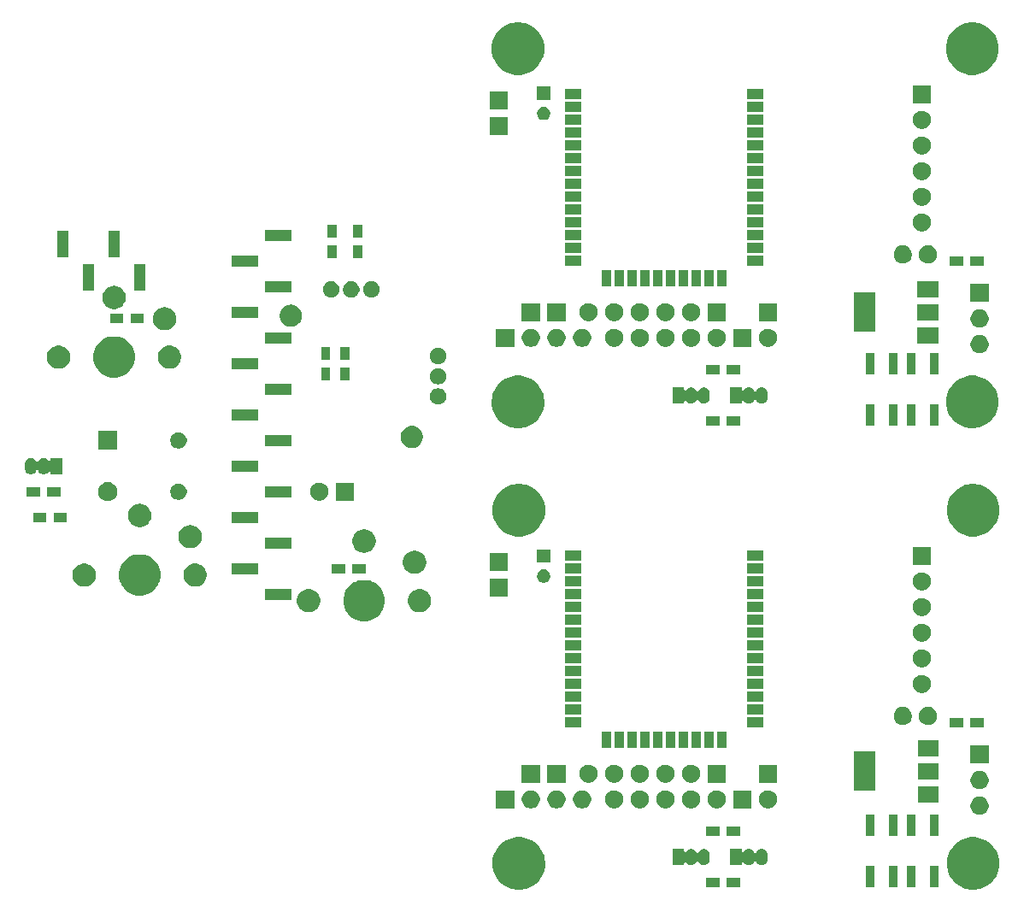
<source format=gbs>
G04 #@! TF.GenerationSoftware,KiCad,Pcbnew,(5.1.5)-3*
G04 #@! TF.CreationDate,2020-09-25T18:15:40+09:00*
G04 #@! TF.ProjectId,lefthand,6c656674-6861-46e6-942e-6b696361645f,rev?*
G04 #@! TF.SameCoordinates,Original*
G04 #@! TF.FileFunction,Soldermask,Bot*
G04 #@! TF.FilePolarity,Negative*
%FSLAX46Y46*%
G04 Gerber Fmt 4.6, Leading zero omitted, Abs format (unit mm)*
G04 Created by KiCad (PCBNEW (5.1.5)-3) date 2020-09-25 18:15:40*
%MOMM*%
%LPD*%
G04 APERTURE LIST*
%ADD10C,0.100000*%
G04 APERTURE END LIST*
D10*
G36*
X117348210Y-107935055D02*
G01*
X117599850Y-107985109D01*
X118073930Y-108181479D01*
X118500590Y-108466565D01*
X118863435Y-108829410D01*
X119148521Y-109256070D01*
X119344891Y-109730150D01*
X119344891Y-109730151D01*
X119420110Y-110108297D01*
X119445000Y-110233430D01*
X119445000Y-110746570D01*
X119344891Y-111249850D01*
X119148521Y-111723930D01*
X118863435Y-112150590D01*
X118500590Y-112513435D01*
X118073930Y-112798521D01*
X117599850Y-112994891D01*
X117348210Y-113044946D01*
X117096571Y-113095000D01*
X116583429Y-113095000D01*
X116331790Y-113044946D01*
X116080150Y-112994891D01*
X115606070Y-112798521D01*
X115179410Y-112513435D01*
X114816565Y-112150590D01*
X114531479Y-111723930D01*
X114335109Y-111249850D01*
X114235000Y-110746570D01*
X114235000Y-110233430D01*
X114259891Y-110108297D01*
X114335109Y-109730151D01*
X114335109Y-109730150D01*
X114531479Y-109256070D01*
X114816565Y-108829410D01*
X115179410Y-108466565D01*
X115606070Y-108181479D01*
X116080150Y-107985109D01*
X116331790Y-107935055D01*
X116583429Y-107885000D01*
X117096571Y-107885000D01*
X117348210Y-107935055D01*
G37*
G36*
X72348210Y-107935055D02*
G01*
X72599850Y-107985109D01*
X73073930Y-108181479D01*
X73500590Y-108466565D01*
X73863435Y-108829410D01*
X74148521Y-109256070D01*
X74344891Y-109730150D01*
X74344891Y-109730151D01*
X74420110Y-110108297D01*
X74445000Y-110233430D01*
X74445000Y-110746570D01*
X74344891Y-111249850D01*
X74148521Y-111723930D01*
X73863435Y-112150590D01*
X73500590Y-112513435D01*
X73073930Y-112798521D01*
X72599850Y-112994891D01*
X72348210Y-113044946D01*
X72096571Y-113095000D01*
X71583429Y-113095000D01*
X71331790Y-113044946D01*
X71080150Y-112994891D01*
X70606070Y-112798521D01*
X70179410Y-112513435D01*
X69816565Y-112150590D01*
X69531479Y-111723930D01*
X69335109Y-111249850D01*
X69235000Y-110746570D01*
X69235000Y-110233430D01*
X69259891Y-110108297D01*
X69335109Y-109730151D01*
X69335109Y-109730150D01*
X69531479Y-109256070D01*
X69816565Y-108829410D01*
X70179410Y-108466565D01*
X70606070Y-108181479D01*
X71080150Y-107985109D01*
X71331790Y-107935055D01*
X71583429Y-107885000D01*
X72096571Y-107885000D01*
X72348210Y-107935055D01*
G37*
G36*
X93742000Y-112846000D02*
G01*
X92440000Y-112846000D01*
X92440000Y-111944000D01*
X93742000Y-111944000D01*
X93742000Y-112846000D01*
G37*
G36*
X91710000Y-112846000D02*
G01*
X90408000Y-112846000D01*
X90408000Y-111944000D01*
X91710000Y-111944000D01*
X91710000Y-112846000D01*
G37*
G36*
X113456000Y-112811000D02*
G01*
X112604000Y-112811000D01*
X112604000Y-110709000D01*
X113456000Y-110709000D01*
X113456000Y-112811000D01*
G37*
G36*
X111170000Y-112811000D02*
G01*
X110318000Y-112811000D01*
X110318000Y-110709000D01*
X111170000Y-110709000D01*
X111170000Y-112811000D01*
G37*
G36*
X109392000Y-112811000D02*
G01*
X108540000Y-112811000D01*
X108540000Y-110709000D01*
X109392000Y-110709000D01*
X109392000Y-112811000D01*
G37*
G36*
X107106000Y-112811000D02*
G01*
X106254000Y-112811000D01*
X106254000Y-110709000D01*
X107106000Y-110709000D01*
X107106000Y-112811000D01*
G37*
G36*
X95997915Y-109062334D02*
G01*
X96106491Y-109095271D01*
X96106494Y-109095272D01*
X96142600Y-109114571D01*
X96206556Y-109148756D01*
X96294264Y-109220736D01*
X96366244Y-109308443D01*
X96400429Y-109372399D01*
X96419728Y-109408505D01*
X96419729Y-109408508D01*
X96452666Y-109517084D01*
X96461000Y-109601702D01*
X96461000Y-110108297D01*
X96452666Y-110192916D01*
X96420252Y-110299767D01*
X96419728Y-110301495D01*
X96409761Y-110320141D01*
X96366244Y-110401557D01*
X96294264Y-110489264D01*
X96206557Y-110561244D01*
X96142601Y-110595429D01*
X96106495Y-110614728D01*
X96106492Y-110614729D01*
X95997916Y-110647666D01*
X95885000Y-110658787D01*
X95772085Y-110647666D01*
X95663509Y-110614729D01*
X95663506Y-110614728D01*
X95627400Y-110595429D01*
X95563444Y-110561244D01*
X95475737Y-110489264D01*
X95403757Y-110401557D01*
X95360239Y-110320141D01*
X95346625Y-110299766D01*
X95329298Y-110282439D01*
X95308924Y-110268826D01*
X95286285Y-110259448D01*
X95262252Y-110254668D01*
X95237748Y-110254668D01*
X95213715Y-110259448D01*
X95191076Y-110268826D01*
X95170701Y-110282440D01*
X95153374Y-110299767D01*
X95139761Y-110320141D01*
X95096244Y-110401557D01*
X95024264Y-110489264D01*
X94936557Y-110561244D01*
X94872601Y-110595429D01*
X94836495Y-110614728D01*
X94836492Y-110614729D01*
X94727916Y-110647666D01*
X94615000Y-110658787D01*
X94502085Y-110647666D01*
X94393509Y-110614729D01*
X94393506Y-110614728D01*
X94357400Y-110595429D01*
X94293444Y-110561244D01*
X94205737Y-110489264D01*
X94142622Y-110412359D01*
X94125297Y-110395034D01*
X94104923Y-110381420D01*
X94082284Y-110372043D01*
X94058250Y-110367263D01*
X94033746Y-110367263D01*
X94009713Y-110372044D01*
X93987074Y-110381421D01*
X93966700Y-110395035D01*
X93949373Y-110412362D01*
X93935759Y-110432736D01*
X93926382Y-110455375D01*
X93921000Y-110491660D01*
X93921000Y-110656000D01*
X92769000Y-110656000D01*
X92769000Y-109054000D01*
X93921000Y-109054000D01*
X93921000Y-109218341D01*
X93923402Y-109242727D01*
X93930515Y-109266176D01*
X93942066Y-109287787D01*
X93957611Y-109306729D01*
X93976553Y-109322274D01*
X93998164Y-109333825D01*
X94021613Y-109340938D01*
X94045999Y-109343340D01*
X94070385Y-109340938D01*
X94093834Y-109333825D01*
X94115445Y-109322274D01*
X94134387Y-109306729D01*
X94142608Y-109297657D01*
X94205736Y-109220736D01*
X94293443Y-109148756D01*
X94357399Y-109114571D01*
X94393505Y-109095272D01*
X94393508Y-109095271D01*
X94502084Y-109062334D01*
X94615000Y-109051213D01*
X94727915Y-109062334D01*
X94836491Y-109095271D01*
X94836494Y-109095272D01*
X94872600Y-109114571D01*
X94936556Y-109148756D01*
X95024264Y-109220736D01*
X95096244Y-109308443D01*
X95139761Y-109389859D01*
X95153375Y-109410234D01*
X95170702Y-109427561D01*
X95191076Y-109441174D01*
X95213715Y-109450552D01*
X95237748Y-109455332D01*
X95262252Y-109455332D01*
X95286285Y-109450552D01*
X95308924Y-109441174D01*
X95329299Y-109427560D01*
X95346626Y-109410233D01*
X95360239Y-109389860D01*
X95403756Y-109308444D01*
X95475736Y-109220736D01*
X95563443Y-109148756D01*
X95627399Y-109114571D01*
X95663505Y-109095272D01*
X95663508Y-109095271D01*
X95772084Y-109062334D01*
X95885000Y-109051213D01*
X95997915Y-109062334D01*
G37*
G36*
X90282915Y-109062334D02*
G01*
X90391491Y-109095271D01*
X90391494Y-109095272D01*
X90427600Y-109114571D01*
X90491556Y-109148756D01*
X90579264Y-109220736D01*
X90651244Y-109308443D01*
X90685429Y-109372399D01*
X90704728Y-109408505D01*
X90704729Y-109408508D01*
X90737666Y-109517084D01*
X90746000Y-109601702D01*
X90746000Y-110108297D01*
X90737666Y-110192916D01*
X90705252Y-110299767D01*
X90704728Y-110301495D01*
X90694761Y-110320141D01*
X90651244Y-110401557D01*
X90579264Y-110489264D01*
X90491557Y-110561244D01*
X90427601Y-110595429D01*
X90391495Y-110614728D01*
X90391492Y-110614729D01*
X90282916Y-110647666D01*
X90170000Y-110658787D01*
X90057085Y-110647666D01*
X89948509Y-110614729D01*
X89948506Y-110614728D01*
X89912400Y-110595429D01*
X89848444Y-110561244D01*
X89760737Y-110489264D01*
X89688757Y-110401557D01*
X89645239Y-110320141D01*
X89631625Y-110299766D01*
X89614298Y-110282439D01*
X89593924Y-110268826D01*
X89571285Y-110259448D01*
X89547252Y-110254668D01*
X89522748Y-110254668D01*
X89498715Y-110259448D01*
X89476076Y-110268826D01*
X89455701Y-110282440D01*
X89438374Y-110299767D01*
X89424761Y-110320141D01*
X89381244Y-110401557D01*
X89309264Y-110489264D01*
X89221557Y-110561244D01*
X89157601Y-110595429D01*
X89121495Y-110614728D01*
X89121492Y-110614729D01*
X89012916Y-110647666D01*
X88900000Y-110658787D01*
X88787085Y-110647666D01*
X88678509Y-110614729D01*
X88678506Y-110614728D01*
X88642400Y-110595429D01*
X88578444Y-110561244D01*
X88490737Y-110489264D01*
X88427622Y-110412359D01*
X88410297Y-110395034D01*
X88389923Y-110381420D01*
X88367284Y-110372043D01*
X88343250Y-110367263D01*
X88318746Y-110367263D01*
X88294713Y-110372044D01*
X88272074Y-110381421D01*
X88251700Y-110395035D01*
X88234373Y-110412362D01*
X88220759Y-110432736D01*
X88211382Y-110455375D01*
X88206000Y-110491660D01*
X88206000Y-110656000D01*
X87054000Y-110656000D01*
X87054000Y-109054000D01*
X88206000Y-109054000D01*
X88206000Y-109218341D01*
X88208402Y-109242727D01*
X88215515Y-109266176D01*
X88227066Y-109287787D01*
X88242611Y-109306729D01*
X88261553Y-109322274D01*
X88283164Y-109333825D01*
X88306613Y-109340938D01*
X88330999Y-109343340D01*
X88355385Y-109340938D01*
X88378834Y-109333825D01*
X88400445Y-109322274D01*
X88419387Y-109306729D01*
X88427608Y-109297657D01*
X88490736Y-109220736D01*
X88578443Y-109148756D01*
X88642399Y-109114571D01*
X88678505Y-109095272D01*
X88678508Y-109095271D01*
X88787084Y-109062334D01*
X88900000Y-109051213D01*
X89012915Y-109062334D01*
X89121491Y-109095271D01*
X89121494Y-109095272D01*
X89157600Y-109114571D01*
X89221556Y-109148756D01*
X89309264Y-109220736D01*
X89381244Y-109308443D01*
X89424761Y-109389859D01*
X89438375Y-109410234D01*
X89455702Y-109427561D01*
X89476076Y-109441174D01*
X89498715Y-109450552D01*
X89522748Y-109455332D01*
X89547252Y-109455332D01*
X89571285Y-109450552D01*
X89593924Y-109441174D01*
X89614299Y-109427560D01*
X89631626Y-109410233D01*
X89645239Y-109389860D01*
X89688756Y-109308444D01*
X89760736Y-109220736D01*
X89848443Y-109148756D01*
X89912399Y-109114571D01*
X89948505Y-109095272D01*
X89948508Y-109095271D01*
X90057084Y-109062334D01*
X90170000Y-109051213D01*
X90282915Y-109062334D01*
G37*
G36*
X93742000Y-107766000D02*
G01*
X92440000Y-107766000D01*
X92440000Y-106864000D01*
X93742000Y-106864000D01*
X93742000Y-107766000D01*
G37*
G36*
X91710000Y-107766000D02*
G01*
X90408000Y-107766000D01*
X90408000Y-106864000D01*
X91710000Y-106864000D01*
X91710000Y-107766000D01*
G37*
G36*
X111170000Y-107731000D02*
G01*
X110318000Y-107731000D01*
X110318000Y-105629000D01*
X111170000Y-105629000D01*
X111170000Y-107731000D01*
G37*
G36*
X107106000Y-107731000D02*
G01*
X106254000Y-107731000D01*
X106254000Y-105629000D01*
X107106000Y-105629000D01*
X107106000Y-107731000D01*
G37*
G36*
X109392000Y-107731000D02*
G01*
X108540000Y-107731000D01*
X108540000Y-105629000D01*
X109392000Y-105629000D01*
X109392000Y-107731000D01*
G37*
G36*
X113456000Y-107731000D02*
G01*
X112604000Y-107731000D01*
X112604000Y-105629000D01*
X113456000Y-105629000D01*
X113456000Y-107731000D01*
G37*
G36*
X117579769Y-103877188D02*
G01*
X117737812Y-103908624D01*
X117901784Y-103976544D01*
X118049354Y-104075147D01*
X118174853Y-104200646D01*
X118273456Y-104348216D01*
X118341376Y-104512188D01*
X118376000Y-104686259D01*
X118376000Y-104863741D01*
X118341376Y-105037812D01*
X118273456Y-105201784D01*
X118174853Y-105349354D01*
X118049354Y-105474853D01*
X117901784Y-105573456D01*
X117737812Y-105641376D01*
X117588512Y-105671073D01*
X117563742Y-105676000D01*
X117386258Y-105676000D01*
X117361488Y-105671073D01*
X117212188Y-105641376D01*
X117048216Y-105573456D01*
X116900646Y-105474853D01*
X116775147Y-105349354D01*
X116676544Y-105201784D01*
X116608624Y-105037812D01*
X116574000Y-104863741D01*
X116574000Y-104686259D01*
X116608624Y-104512188D01*
X116676544Y-104348216D01*
X116775147Y-104200646D01*
X116900646Y-104075147D01*
X117048216Y-103976544D01*
X117212188Y-103908624D01*
X117370231Y-103877188D01*
X117386258Y-103874000D01*
X117563742Y-103874000D01*
X117579769Y-103877188D01*
G37*
G36*
X81393512Y-103243927D02*
G01*
X81542812Y-103273624D01*
X81706784Y-103341544D01*
X81854354Y-103440147D01*
X81979853Y-103565646D01*
X82078456Y-103713216D01*
X82146376Y-103877188D01*
X82181000Y-104051259D01*
X82181000Y-104228741D01*
X82146376Y-104402812D01*
X82078456Y-104566784D01*
X81979853Y-104714354D01*
X81854354Y-104839853D01*
X81706784Y-104938456D01*
X81542812Y-105006376D01*
X81393512Y-105036073D01*
X81368742Y-105041000D01*
X81191258Y-105041000D01*
X81166488Y-105036073D01*
X81017188Y-105006376D01*
X80853216Y-104938456D01*
X80705646Y-104839853D01*
X80580147Y-104714354D01*
X80481544Y-104566784D01*
X80413624Y-104402812D01*
X80379000Y-104228741D01*
X80379000Y-104051259D01*
X80413624Y-103877188D01*
X80481544Y-103713216D01*
X80580147Y-103565646D01*
X80705646Y-103440147D01*
X80853216Y-103341544D01*
X81017188Y-103273624D01*
X81166488Y-103243927D01*
X81191258Y-103239000D01*
X81368742Y-103239000D01*
X81393512Y-103243927D01*
G37*
G36*
X96633512Y-103243927D02*
G01*
X96782812Y-103273624D01*
X96946784Y-103341544D01*
X97094354Y-103440147D01*
X97219853Y-103565646D01*
X97318456Y-103713216D01*
X97386376Y-103877188D01*
X97421000Y-104051259D01*
X97421000Y-104228741D01*
X97386376Y-104402812D01*
X97318456Y-104566784D01*
X97219853Y-104714354D01*
X97094354Y-104839853D01*
X96946784Y-104938456D01*
X96782812Y-105006376D01*
X96633512Y-105036073D01*
X96608742Y-105041000D01*
X96431258Y-105041000D01*
X96406488Y-105036073D01*
X96257188Y-105006376D01*
X96093216Y-104938456D01*
X95945646Y-104839853D01*
X95820147Y-104714354D01*
X95721544Y-104566784D01*
X95653624Y-104402812D01*
X95619000Y-104228741D01*
X95619000Y-104051259D01*
X95653624Y-103877188D01*
X95721544Y-103713216D01*
X95820147Y-103565646D01*
X95945646Y-103440147D01*
X96093216Y-103341544D01*
X96257188Y-103273624D01*
X96406488Y-103243927D01*
X96431258Y-103239000D01*
X96608742Y-103239000D01*
X96633512Y-103243927D01*
G37*
G36*
X78218512Y-103243927D02*
G01*
X78367812Y-103273624D01*
X78531784Y-103341544D01*
X78679354Y-103440147D01*
X78804853Y-103565646D01*
X78903456Y-103713216D01*
X78971376Y-103877188D01*
X79006000Y-104051259D01*
X79006000Y-104228741D01*
X78971376Y-104402812D01*
X78903456Y-104566784D01*
X78804853Y-104714354D01*
X78679354Y-104839853D01*
X78531784Y-104938456D01*
X78367812Y-105006376D01*
X78218512Y-105036073D01*
X78193742Y-105041000D01*
X78016258Y-105041000D01*
X77991488Y-105036073D01*
X77842188Y-105006376D01*
X77678216Y-104938456D01*
X77530646Y-104839853D01*
X77405147Y-104714354D01*
X77306544Y-104566784D01*
X77238624Y-104402812D01*
X77204000Y-104228741D01*
X77204000Y-104051259D01*
X77238624Y-103877188D01*
X77306544Y-103713216D01*
X77405147Y-103565646D01*
X77530646Y-103440147D01*
X77678216Y-103341544D01*
X77842188Y-103273624D01*
X77991488Y-103243927D01*
X78016258Y-103239000D01*
X78193742Y-103239000D01*
X78218512Y-103243927D01*
G37*
G36*
X75678512Y-103243927D02*
G01*
X75827812Y-103273624D01*
X75991784Y-103341544D01*
X76139354Y-103440147D01*
X76264853Y-103565646D01*
X76363456Y-103713216D01*
X76431376Y-103877188D01*
X76466000Y-104051259D01*
X76466000Y-104228741D01*
X76431376Y-104402812D01*
X76363456Y-104566784D01*
X76264853Y-104714354D01*
X76139354Y-104839853D01*
X75991784Y-104938456D01*
X75827812Y-105006376D01*
X75678512Y-105036073D01*
X75653742Y-105041000D01*
X75476258Y-105041000D01*
X75451488Y-105036073D01*
X75302188Y-105006376D01*
X75138216Y-104938456D01*
X74990646Y-104839853D01*
X74865147Y-104714354D01*
X74766544Y-104566784D01*
X74698624Y-104402812D01*
X74664000Y-104228741D01*
X74664000Y-104051259D01*
X74698624Y-103877188D01*
X74766544Y-103713216D01*
X74865147Y-103565646D01*
X74990646Y-103440147D01*
X75138216Y-103341544D01*
X75302188Y-103273624D01*
X75451488Y-103243927D01*
X75476258Y-103239000D01*
X75653742Y-103239000D01*
X75678512Y-103243927D01*
G37*
G36*
X73138512Y-103243927D02*
G01*
X73287812Y-103273624D01*
X73451784Y-103341544D01*
X73599354Y-103440147D01*
X73724853Y-103565646D01*
X73823456Y-103713216D01*
X73891376Y-103877188D01*
X73926000Y-104051259D01*
X73926000Y-104228741D01*
X73891376Y-104402812D01*
X73823456Y-104566784D01*
X73724853Y-104714354D01*
X73599354Y-104839853D01*
X73451784Y-104938456D01*
X73287812Y-105006376D01*
X73138512Y-105036073D01*
X73113742Y-105041000D01*
X72936258Y-105041000D01*
X72911488Y-105036073D01*
X72762188Y-105006376D01*
X72598216Y-104938456D01*
X72450646Y-104839853D01*
X72325147Y-104714354D01*
X72226544Y-104566784D01*
X72158624Y-104402812D01*
X72124000Y-104228741D01*
X72124000Y-104051259D01*
X72158624Y-103877188D01*
X72226544Y-103713216D01*
X72325147Y-103565646D01*
X72450646Y-103440147D01*
X72598216Y-103341544D01*
X72762188Y-103273624D01*
X72911488Y-103243927D01*
X72936258Y-103239000D01*
X73113742Y-103239000D01*
X73138512Y-103243927D01*
G37*
G36*
X71386000Y-105041000D02*
G01*
X69584000Y-105041000D01*
X69584000Y-103239000D01*
X71386000Y-103239000D01*
X71386000Y-105041000D01*
G37*
G36*
X83933512Y-103243927D02*
G01*
X84082812Y-103273624D01*
X84246784Y-103341544D01*
X84394354Y-103440147D01*
X84519853Y-103565646D01*
X84618456Y-103713216D01*
X84686376Y-103877188D01*
X84721000Y-104051259D01*
X84721000Y-104228741D01*
X84686376Y-104402812D01*
X84618456Y-104566784D01*
X84519853Y-104714354D01*
X84394354Y-104839853D01*
X84246784Y-104938456D01*
X84082812Y-105006376D01*
X83933512Y-105036073D01*
X83908742Y-105041000D01*
X83731258Y-105041000D01*
X83706488Y-105036073D01*
X83557188Y-105006376D01*
X83393216Y-104938456D01*
X83245646Y-104839853D01*
X83120147Y-104714354D01*
X83021544Y-104566784D01*
X82953624Y-104402812D01*
X82919000Y-104228741D01*
X82919000Y-104051259D01*
X82953624Y-103877188D01*
X83021544Y-103713216D01*
X83120147Y-103565646D01*
X83245646Y-103440147D01*
X83393216Y-103341544D01*
X83557188Y-103273624D01*
X83706488Y-103243927D01*
X83731258Y-103239000D01*
X83908742Y-103239000D01*
X83933512Y-103243927D01*
G37*
G36*
X86473512Y-103243927D02*
G01*
X86622812Y-103273624D01*
X86786784Y-103341544D01*
X86934354Y-103440147D01*
X87059853Y-103565646D01*
X87158456Y-103713216D01*
X87226376Y-103877188D01*
X87261000Y-104051259D01*
X87261000Y-104228741D01*
X87226376Y-104402812D01*
X87158456Y-104566784D01*
X87059853Y-104714354D01*
X86934354Y-104839853D01*
X86786784Y-104938456D01*
X86622812Y-105006376D01*
X86473512Y-105036073D01*
X86448742Y-105041000D01*
X86271258Y-105041000D01*
X86246488Y-105036073D01*
X86097188Y-105006376D01*
X85933216Y-104938456D01*
X85785646Y-104839853D01*
X85660147Y-104714354D01*
X85561544Y-104566784D01*
X85493624Y-104402812D01*
X85459000Y-104228741D01*
X85459000Y-104051259D01*
X85493624Y-103877188D01*
X85561544Y-103713216D01*
X85660147Y-103565646D01*
X85785646Y-103440147D01*
X85933216Y-103341544D01*
X86097188Y-103273624D01*
X86246488Y-103243927D01*
X86271258Y-103239000D01*
X86448742Y-103239000D01*
X86473512Y-103243927D01*
G37*
G36*
X89013512Y-103243927D02*
G01*
X89162812Y-103273624D01*
X89326784Y-103341544D01*
X89474354Y-103440147D01*
X89599853Y-103565646D01*
X89698456Y-103713216D01*
X89766376Y-103877188D01*
X89801000Y-104051259D01*
X89801000Y-104228741D01*
X89766376Y-104402812D01*
X89698456Y-104566784D01*
X89599853Y-104714354D01*
X89474354Y-104839853D01*
X89326784Y-104938456D01*
X89162812Y-105006376D01*
X89013512Y-105036073D01*
X88988742Y-105041000D01*
X88811258Y-105041000D01*
X88786488Y-105036073D01*
X88637188Y-105006376D01*
X88473216Y-104938456D01*
X88325646Y-104839853D01*
X88200147Y-104714354D01*
X88101544Y-104566784D01*
X88033624Y-104402812D01*
X87999000Y-104228741D01*
X87999000Y-104051259D01*
X88033624Y-103877188D01*
X88101544Y-103713216D01*
X88200147Y-103565646D01*
X88325646Y-103440147D01*
X88473216Y-103341544D01*
X88637188Y-103273624D01*
X88786488Y-103243927D01*
X88811258Y-103239000D01*
X88988742Y-103239000D01*
X89013512Y-103243927D01*
G37*
G36*
X91553512Y-103243927D02*
G01*
X91702812Y-103273624D01*
X91866784Y-103341544D01*
X92014354Y-103440147D01*
X92139853Y-103565646D01*
X92238456Y-103713216D01*
X92306376Y-103877188D01*
X92341000Y-104051259D01*
X92341000Y-104228741D01*
X92306376Y-104402812D01*
X92238456Y-104566784D01*
X92139853Y-104714354D01*
X92014354Y-104839853D01*
X91866784Y-104938456D01*
X91702812Y-105006376D01*
X91553512Y-105036073D01*
X91528742Y-105041000D01*
X91351258Y-105041000D01*
X91326488Y-105036073D01*
X91177188Y-105006376D01*
X91013216Y-104938456D01*
X90865646Y-104839853D01*
X90740147Y-104714354D01*
X90641544Y-104566784D01*
X90573624Y-104402812D01*
X90539000Y-104228741D01*
X90539000Y-104051259D01*
X90573624Y-103877188D01*
X90641544Y-103713216D01*
X90740147Y-103565646D01*
X90865646Y-103440147D01*
X91013216Y-103341544D01*
X91177188Y-103273624D01*
X91326488Y-103243927D01*
X91351258Y-103239000D01*
X91528742Y-103239000D01*
X91553512Y-103243927D01*
G37*
G36*
X94881000Y-105041000D02*
G01*
X93079000Y-105041000D01*
X93079000Y-103239000D01*
X94881000Y-103239000D01*
X94881000Y-105041000D01*
G37*
G36*
X113446000Y-104461000D02*
G01*
X111344000Y-104461000D01*
X111344000Y-102859000D01*
X113446000Y-102859000D01*
X113446000Y-104461000D01*
G37*
G36*
X107146000Y-103311000D02*
G01*
X105044000Y-103311000D01*
X105044000Y-99409000D01*
X107146000Y-99409000D01*
X107146000Y-103311000D01*
G37*
G36*
X117579769Y-101337188D02*
G01*
X117737812Y-101368624D01*
X117901784Y-101436544D01*
X118049354Y-101535147D01*
X118174853Y-101660646D01*
X118273456Y-101808216D01*
X118341376Y-101972188D01*
X118376000Y-102146259D01*
X118376000Y-102323741D01*
X118341376Y-102497812D01*
X118273456Y-102661784D01*
X118174853Y-102809354D01*
X118049354Y-102934853D01*
X117901784Y-103033456D01*
X117737812Y-103101376D01*
X117588512Y-103131073D01*
X117563742Y-103136000D01*
X117386258Y-103136000D01*
X117361488Y-103131073D01*
X117212188Y-103101376D01*
X117048216Y-103033456D01*
X116900646Y-102934853D01*
X116775147Y-102809354D01*
X116676544Y-102661784D01*
X116608624Y-102497812D01*
X116574000Y-102323741D01*
X116574000Y-102146259D01*
X116608624Y-101972188D01*
X116676544Y-101808216D01*
X116775147Y-101660646D01*
X116900646Y-101535147D01*
X117048216Y-101436544D01*
X117212188Y-101368624D01*
X117370231Y-101337188D01*
X117386258Y-101334000D01*
X117563742Y-101334000D01*
X117579769Y-101337188D01*
G37*
G36*
X78853512Y-100703927D02*
G01*
X79002812Y-100733624D01*
X79166784Y-100801544D01*
X79314354Y-100900147D01*
X79439853Y-101025646D01*
X79538456Y-101173216D01*
X79606376Y-101337188D01*
X79641000Y-101511259D01*
X79641000Y-101688741D01*
X79606376Y-101862812D01*
X79538456Y-102026784D01*
X79439853Y-102174354D01*
X79314354Y-102299853D01*
X79166784Y-102398456D01*
X79002812Y-102466376D01*
X78853512Y-102496073D01*
X78828742Y-102501000D01*
X78651258Y-102501000D01*
X78626488Y-102496073D01*
X78477188Y-102466376D01*
X78313216Y-102398456D01*
X78165646Y-102299853D01*
X78040147Y-102174354D01*
X77941544Y-102026784D01*
X77873624Y-101862812D01*
X77839000Y-101688741D01*
X77839000Y-101511259D01*
X77873624Y-101337188D01*
X77941544Y-101173216D01*
X78040147Y-101025646D01*
X78165646Y-100900147D01*
X78313216Y-100801544D01*
X78477188Y-100733624D01*
X78626488Y-100703927D01*
X78651258Y-100699000D01*
X78828742Y-100699000D01*
X78853512Y-100703927D01*
G37*
G36*
X81393512Y-100703927D02*
G01*
X81542812Y-100733624D01*
X81706784Y-100801544D01*
X81854354Y-100900147D01*
X81979853Y-101025646D01*
X82078456Y-101173216D01*
X82146376Y-101337188D01*
X82181000Y-101511259D01*
X82181000Y-101688741D01*
X82146376Y-101862812D01*
X82078456Y-102026784D01*
X81979853Y-102174354D01*
X81854354Y-102299853D01*
X81706784Y-102398456D01*
X81542812Y-102466376D01*
X81393512Y-102496073D01*
X81368742Y-102501000D01*
X81191258Y-102501000D01*
X81166488Y-102496073D01*
X81017188Y-102466376D01*
X80853216Y-102398456D01*
X80705646Y-102299853D01*
X80580147Y-102174354D01*
X80481544Y-102026784D01*
X80413624Y-101862812D01*
X80379000Y-101688741D01*
X80379000Y-101511259D01*
X80413624Y-101337188D01*
X80481544Y-101173216D01*
X80580147Y-101025646D01*
X80705646Y-100900147D01*
X80853216Y-100801544D01*
X81017188Y-100733624D01*
X81166488Y-100703927D01*
X81191258Y-100699000D01*
X81368742Y-100699000D01*
X81393512Y-100703927D01*
G37*
G36*
X83933512Y-100703927D02*
G01*
X84082812Y-100733624D01*
X84246784Y-100801544D01*
X84394354Y-100900147D01*
X84519853Y-101025646D01*
X84618456Y-101173216D01*
X84686376Y-101337188D01*
X84721000Y-101511259D01*
X84721000Y-101688741D01*
X84686376Y-101862812D01*
X84618456Y-102026784D01*
X84519853Y-102174354D01*
X84394354Y-102299853D01*
X84246784Y-102398456D01*
X84082812Y-102466376D01*
X83933512Y-102496073D01*
X83908742Y-102501000D01*
X83731258Y-102501000D01*
X83706488Y-102496073D01*
X83557188Y-102466376D01*
X83393216Y-102398456D01*
X83245646Y-102299853D01*
X83120147Y-102174354D01*
X83021544Y-102026784D01*
X82953624Y-101862812D01*
X82919000Y-101688741D01*
X82919000Y-101511259D01*
X82953624Y-101337188D01*
X83021544Y-101173216D01*
X83120147Y-101025646D01*
X83245646Y-100900147D01*
X83393216Y-100801544D01*
X83557188Y-100733624D01*
X83706488Y-100703927D01*
X83731258Y-100699000D01*
X83908742Y-100699000D01*
X83933512Y-100703927D01*
G37*
G36*
X86473512Y-100703927D02*
G01*
X86622812Y-100733624D01*
X86786784Y-100801544D01*
X86934354Y-100900147D01*
X87059853Y-101025646D01*
X87158456Y-101173216D01*
X87226376Y-101337188D01*
X87261000Y-101511259D01*
X87261000Y-101688741D01*
X87226376Y-101862812D01*
X87158456Y-102026784D01*
X87059853Y-102174354D01*
X86934354Y-102299853D01*
X86786784Y-102398456D01*
X86622812Y-102466376D01*
X86473512Y-102496073D01*
X86448742Y-102501000D01*
X86271258Y-102501000D01*
X86246488Y-102496073D01*
X86097188Y-102466376D01*
X85933216Y-102398456D01*
X85785646Y-102299853D01*
X85660147Y-102174354D01*
X85561544Y-102026784D01*
X85493624Y-101862812D01*
X85459000Y-101688741D01*
X85459000Y-101511259D01*
X85493624Y-101337188D01*
X85561544Y-101173216D01*
X85660147Y-101025646D01*
X85785646Y-100900147D01*
X85933216Y-100801544D01*
X86097188Y-100733624D01*
X86246488Y-100703927D01*
X86271258Y-100699000D01*
X86448742Y-100699000D01*
X86473512Y-100703927D01*
G37*
G36*
X89013512Y-100703927D02*
G01*
X89162812Y-100733624D01*
X89326784Y-100801544D01*
X89474354Y-100900147D01*
X89599853Y-101025646D01*
X89698456Y-101173216D01*
X89766376Y-101337188D01*
X89801000Y-101511259D01*
X89801000Y-101688741D01*
X89766376Y-101862812D01*
X89698456Y-102026784D01*
X89599853Y-102174354D01*
X89474354Y-102299853D01*
X89326784Y-102398456D01*
X89162812Y-102466376D01*
X89013512Y-102496073D01*
X88988742Y-102501000D01*
X88811258Y-102501000D01*
X88786488Y-102496073D01*
X88637188Y-102466376D01*
X88473216Y-102398456D01*
X88325646Y-102299853D01*
X88200147Y-102174354D01*
X88101544Y-102026784D01*
X88033624Y-101862812D01*
X87999000Y-101688741D01*
X87999000Y-101511259D01*
X88033624Y-101337188D01*
X88101544Y-101173216D01*
X88200147Y-101025646D01*
X88325646Y-100900147D01*
X88473216Y-100801544D01*
X88637188Y-100733624D01*
X88786488Y-100703927D01*
X88811258Y-100699000D01*
X88988742Y-100699000D01*
X89013512Y-100703927D01*
G37*
G36*
X92341000Y-102501000D02*
G01*
X90539000Y-102501000D01*
X90539000Y-100699000D01*
X92341000Y-100699000D01*
X92341000Y-102501000D01*
G37*
G36*
X73926000Y-102501000D02*
G01*
X72124000Y-102501000D01*
X72124000Y-100699000D01*
X73926000Y-100699000D01*
X73926000Y-102501000D01*
G37*
G36*
X76466000Y-102501000D02*
G01*
X74664000Y-102501000D01*
X74664000Y-100699000D01*
X76466000Y-100699000D01*
X76466000Y-102501000D01*
G37*
G36*
X97421000Y-102501000D02*
G01*
X95619000Y-102501000D01*
X95619000Y-100699000D01*
X97421000Y-100699000D01*
X97421000Y-102501000D01*
G37*
G36*
X113446000Y-102161000D02*
G01*
X111344000Y-102161000D01*
X111344000Y-100559000D01*
X113446000Y-100559000D01*
X113446000Y-102161000D01*
G37*
G36*
X118376000Y-100596000D02*
G01*
X116574000Y-100596000D01*
X116574000Y-98794000D01*
X118376000Y-98794000D01*
X118376000Y-100596000D01*
G37*
G36*
X113446000Y-99861000D02*
G01*
X111344000Y-99861000D01*
X111344000Y-98259000D01*
X113446000Y-98259000D01*
X113446000Y-99861000D01*
G37*
G36*
X81021000Y-99011000D02*
G01*
X80019000Y-99011000D01*
X80019000Y-97409000D01*
X81021000Y-97409000D01*
X81021000Y-99011000D01*
G37*
G36*
X92451000Y-99011000D02*
G01*
X91449000Y-99011000D01*
X91449000Y-97409000D01*
X92451000Y-97409000D01*
X92451000Y-99011000D01*
G37*
G36*
X91181000Y-99011000D02*
G01*
X90179000Y-99011000D01*
X90179000Y-97409000D01*
X91181000Y-97409000D01*
X91181000Y-99011000D01*
G37*
G36*
X89911000Y-99011000D02*
G01*
X88909000Y-99011000D01*
X88909000Y-97409000D01*
X89911000Y-97409000D01*
X89911000Y-99011000D01*
G37*
G36*
X88641000Y-99011000D02*
G01*
X87639000Y-99011000D01*
X87639000Y-97409000D01*
X88641000Y-97409000D01*
X88641000Y-99011000D01*
G37*
G36*
X87371000Y-99011000D02*
G01*
X86369000Y-99011000D01*
X86369000Y-97409000D01*
X87371000Y-97409000D01*
X87371000Y-99011000D01*
G37*
G36*
X82291000Y-99011000D02*
G01*
X81289000Y-99011000D01*
X81289000Y-97409000D01*
X82291000Y-97409000D01*
X82291000Y-99011000D01*
G37*
G36*
X86101000Y-99011000D02*
G01*
X85099000Y-99011000D01*
X85099000Y-97409000D01*
X86101000Y-97409000D01*
X86101000Y-99011000D01*
G37*
G36*
X83561000Y-99011000D02*
G01*
X82559000Y-99011000D01*
X82559000Y-97409000D01*
X83561000Y-97409000D01*
X83561000Y-99011000D01*
G37*
G36*
X84831000Y-99011000D02*
G01*
X83829000Y-99011000D01*
X83829000Y-97409000D01*
X84831000Y-97409000D01*
X84831000Y-99011000D01*
G37*
G36*
X78063000Y-97021000D02*
G01*
X76437000Y-97021000D01*
X76437000Y-96019000D01*
X78063000Y-96019000D01*
X78063000Y-97021000D01*
G37*
G36*
X96063000Y-97021000D02*
G01*
X94437000Y-97021000D01*
X94437000Y-96019000D01*
X96063000Y-96019000D01*
X96063000Y-97021000D01*
G37*
G36*
X117872000Y-96971000D02*
G01*
X116570000Y-96971000D01*
X116570000Y-96069000D01*
X117872000Y-96069000D01*
X117872000Y-96971000D01*
G37*
G36*
X115840000Y-96971000D02*
G01*
X114538000Y-96971000D01*
X114538000Y-96069000D01*
X115840000Y-96069000D01*
X115840000Y-96971000D01*
G37*
G36*
X109988512Y-94988927D02*
G01*
X110137812Y-95018624D01*
X110301784Y-95086544D01*
X110449354Y-95185147D01*
X110574853Y-95310646D01*
X110673456Y-95458216D01*
X110741376Y-95622188D01*
X110776000Y-95796259D01*
X110776000Y-95973741D01*
X110741376Y-96147812D01*
X110673456Y-96311784D01*
X110574853Y-96459354D01*
X110449354Y-96584853D01*
X110301784Y-96683456D01*
X110137812Y-96751376D01*
X109988512Y-96781073D01*
X109963742Y-96786000D01*
X109786258Y-96786000D01*
X109761488Y-96781073D01*
X109612188Y-96751376D01*
X109448216Y-96683456D01*
X109300646Y-96584853D01*
X109175147Y-96459354D01*
X109076544Y-96311784D01*
X109008624Y-96147812D01*
X108974000Y-95973741D01*
X108974000Y-95796259D01*
X109008624Y-95622188D01*
X109076544Y-95458216D01*
X109175147Y-95310646D01*
X109300646Y-95185147D01*
X109448216Y-95086544D01*
X109612188Y-95018624D01*
X109761488Y-94988927D01*
X109786258Y-94984000D01*
X109963742Y-94984000D01*
X109988512Y-94988927D01*
G37*
G36*
X112488512Y-94988927D02*
G01*
X112637812Y-95018624D01*
X112801784Y-95086544D01*
X112949354Y-95185147D01*
X113074853Y-95310646D01*
X113173456Y-95458216D01*
X113241376Y-95622188D01*
X113276000Y-95796259D01*
X113276000Y-95973741D01*
X113241376Y-96147812D01*
X113173456Y-96311784D01*
X113074853Y-96459354D01*
X112949354Y-96584853D01*
X112801784Y-96683456D01*
X112637812Y-96751376D01*
X112488512Y-96781073D01*
X112463742Y-96786000D01*
X112286258Y-96786000D01*
X112261488Y-96781073D01*
X112112188Y-96751376D01*
X111948216Y-96683456D01*
X111800646Y-96584853D01*
X111675147Y-96459354D01*
X111576544Y-96311784D01*
X111508624Y-96147812D01*
X111474000Y-95973741D01*
X111474000Y-95796259D01*
X111508624Y-95622188D01*
X111576544Y-95458216D01*
X111675147Y-95310646D01*
X111800646Y-95185147D01*
X111948216Y-95086544D01*
X112112188Y-95018624D01*
X112261488Y-94988927D01*
X112286258Y-94984000D01*
X112463742Y-94984000D01*
X112488512Y-94988927D01*
G37*
G36*
X96063000Y-95751000D02*
G01*
X94437000Y-95751000D01*
X94437000Y-94749000D01*
X96063000Y-94749000D01*
X96063000Y-95751000D01*
G37*
G36*
X78063000Y-95751000D02*
G01*
X76437000Y-95751000D01*
X76437000Y-94749000D01*
X78063000Y-94749000D01*
X78063000Y-95751000D01*
G37*
G36*
X96063000Y-94481000D02*
G01*
X94437000Y-94481000D01*
X94437000Y-93479000D01*
X96063000Y-93479000D01*
X96063000Y-94481000D01*
G37*
G36*
X78063000Y-94481000D02*
G01*
X76437000Y-94481000D01*
X76437000Y-93479000D01*
X78063000Y-93479000D01*
X78063000Y-94481000D01*
G37*
G36*
X111873512Y-91813927D02*
G01*
X112022812Y-91843624D01*
X112186784Y-91911544D01*
X112334354Y-92010147D01*
X112459853Y-92135646D01*
X112558456Y-92283216D01*
X112626376Y-92447188D01*
X112661000Y-92621259D01*
X112661000Y-92798741D01*
X112626376Y-92972812D01*
X112558456Y-93136784D01*
X112459853Y-93284354D01*
X112334354Y-93409853D01*
X112186784Y-93508456D01*
X112022812Y-93576376D01*
X111873512Y-93606073D01*
X111848742Y-93611000D01*
X111671258Y-93611000D01*
X111646488Y-93606073D01*
X111497188Y-93576376D01*
X111333216Y-93508456D01*
X111185646Y-93409853D01*
X111060147Y-93284354D01*
X110961544Y-93136784D01*
X110893624Y-92972812D01*
X110859000Y-92798741D01*
X110859000Y-92621259D01*
X110893624Y-92447188D01*
X110961544Y-92283216D01*
X111060147Y-92135646D01*
X111185646Y-92010147D01*
X111333216Y-91911544D01*
X111497188Y-91843624D01*
X111646488Y-91813927D01*
X111671258Y-91809000D01*
X111848742Y-91809000D01*
X111873512Y-91813927D01*
G37*
G36*
X78063000Y-93211000D02*
G01*
X76437000Y-93211000D01*
X76437000Y-92209000D01*
X78063000Y-92209000D01*
X78063000Y-93211000D01*
G37*
G36*
X96063000Y-93211000D02*
G01*
X94437000Y-93211000D01*
X94437000Y-92209000D01*
X96063000Y-92209000D01*
X96063000Y-93211000D01*
G37*
G36*
X96063000Y-91941000D02*
G01*
X94437000Y-91941000D01*
X94437000Y-90939000D01*
X96063000Y-90939000D01*
X96063000Y-91941000D01*
G37*
G36*
X78063000Y-91941000D02*
G01*
X76437000Y-91941000D01*
X76437000Y-90939000D01*
X78063000Y-90939000D01*
X78063000Y-91941000D01*
G37*
G36*
X111873512Y-89273927D02*
G01*
X112022812Y-89303624D01*
X112186784Y-89371544D01*
X112334354Y-89470147D01*
X112459853Y-89595646D01*
X112558456Y-89743216D01*
X112626376Y-89907188D01*
X112661000Y-90081259D01*
X112661000Y-90258741D01*
X112626376Y-90432812D01*
X112558456Y-90596784D01*
X112459853Y-90744354D01*
X112334354Y-90869853D01*
X112186784Y-90968456D01*
X112022812Y-91036376D01*
X111873512Y-91066073D01*
X111848742Y-91071000D01*
X111671258Y-91071000D01*
X111646488Y-91066073D01*
X111497188Y-91036376D01*
X111333216Y-90968456D01*
X111185646Y-90869853D01*
X111060147Y-90744354D01*
X110961544Y-90596784D01*
X110893624Y-90432812D01*
X110859000Y-90258741D01*
X110859000Y-90081259D01*
X110893624Y-89907188D01*
X110961544Y-89743216D01*
X111060147Y-89595646D01*
X111185646Y-89470147D01*
X111333216Y-89371544D01*
X111497188Y-89303624D01*
X111646488Y-89273927D01*
X111671258Y-89269000D01*
X111848742Y-89269000D01*
X111873512Y-89273927D01*
G37*
G36*
X96063000Y-90671000D02*
G01*
X94437000Y-90671000D01*
X94437000Y-89669000D01*
X96063000Y-89669000D01*
X96063000Y-90671000D01*
G37*
G36*
X78063000Y-90671000D02*
G01*
X76437000Y-90671000D01*
X76437000Y-89669000D01*
X78063000Y-89669000D01*
X78063000Y-90671000D01*
G37*
G36*
X96063000Y-89401000D02*
G01*
X94437000Y-89401000D01*
X94437000Y-88399000D01*
X96063000Y-88399000D01*
X96063000Y-89401000D01*
G37*
G36*
X78063000Y-89401000D02*
G01*
X76437000Y-89401000D01*
X76437000Y-88399000D01*
X78063000Y-88399000D01*
X78063000Y-89401000D01*
G37*
G36*
X111873512Y-86733927D02*
G01*
X112022812Y-86763624D01*
X112186784Y-86831544D01*
X112334354Y-86930147D01*
X112459853Y-87055646D01*
X112558456Y-87203216D01*
X112626376Y-87367188D01*
X112661000Y-87541259D01*
X112661000Y-87718741D01*
X112626376Y-87892812D01*
X112558456Y-88056784D01*
X112459853Y-88204354D01*
X112334354Y-88329853D01*
X112186784Y-88428456D01*
X112022812Y-88496376D01*
X111873512Y-88526073D01*
X111848742Y-88531000D01*
X111671258Y-88531000D01*
X111646488Y-88526073D01*
X111497188Y-88496376D01*
X111333216Y-88428456D01*
X111185646Y-88329853D01*
X111060147Y-88204354D01*
X110961544Y-88056784D01*
X110893624Y-87892812D01*
X110859000Y-87718741D01*
X110859000Y-87541259D01*
X110893624Y-87367188D01*
X110961544Y-87203216D01*
X111060147Y-87055646D01*
X111185646Y-86930147D01*
X111333216Y-86831544D01*
X111497188Y-86763624D01*
X111646488Y-86733927D01*
X111671258Y-86729000D01*
X111848742Y-86729000D01*
X111873512Y-86733927D01*
G37*
G36*
X96063000Y-88131000D02*
G01*
X94437000Y-88131000D01*
X94437000Y-87129000D01*
X96063000Y-87129000D01*
X96063000Y-88131000D01*
G37*
G36*
X78063000Y-88131000D02*
G01*
X76437000Y-88131000D01*
X76437000Y-87129000D01*
X78063000Y-87129000D01*
X78063000Y-88131000D01*
G37*
G36*
X96063000Y-86861000D02*
G01*
X94437000Y-86861000D01*
X94437000Y-85859000D01*
X96063000Y-85859000D01*
X96063000Y-86861000D01*
G37*
G36*
X78063000Y-86861000D02*
G01*
X76437000Y-86861000D01*
X76437000Y-85859000D01*
X78063000Y-85859000D01*
X78063000Y-86861000D01*
G37*
G36*
X57113254Y-82482818D02*
G01*
X57364554Y-82586910D01*
X57486513Y-82637427D01*
X57748993Y-82812811D01*
X57822436Y-82861884D01*
X58108116Y-83147564D01*
X58332574Y-83483489D01*
X58487182Y-83856746D01*
X58566000Y-84252993D01*
X58566000Y-84657007D01*
X58487182Y-85053254D01*
X58363101Y-85352812D01*
X58332573Y-85426513D01*
X58108116Y-85762436D01*
X57822436Y-86048116D01*
X57486513Y-86272573D01*
X57486512Y-86272574D01*
X57486511Y-86272574D01*
X57113254Y-86427182D01*
X56717007Y-86506000D01*
X56312993Y-86506000D01*
X55916746Y-86427182D01*
X55543489Y-86272574D01*
X55543488Y-86272574D01*
X55543487Y-86272573D01*
X55207564Y-86048116D01*
X54921884Y-85762436D01*
X54697427Y-85426513D01*
X54666899Y-85352812D01*
X54542818Y-85053254D01*
X54464000Y-84657007D01*
X54464000Y-84252993D01*
X54542818Y-83856746D01*
X54697426Y-83483489D01*
X54921884Y-83147564D01*
X55207564Y-82861884D01*
X55281007Y-82812811D01*
X55543487Y-82637427D01*
X55665446Y-82586910D01*
X55916746Y-82482818D01*
X56312993Y-82404000D01*
X56717007Y-82404000D01*
X57113254Y-82482818D01*
G37*
G36*
X111873512Y-84193927D02*
G01*
X112022812Y-84223624D01*
X112186784Y-84291544D01*
X112334354Y-84390147D01*
X112459853Y-84515646D01*
X112558456Y-84663216D01*
X112626376Y-84827188D01*
X112661000Y-85001259D01*
X112661000Y-85178741D01*
X112626376Y-85352812D01*
X112558456Y-85516784D01*
X112459853Y-85664354D01*
X112334354Y-85789853D01*
X112186784Y-85888456D01*
X112022812Y-85956376D01*
X111873512Y-85986073D01*
X111848742Y-85991000D01*
X111671258Y-85991000D01*
X111646488Y-85986073D01*
X111497188Y-85956376D01*
X111333216Y-85888456D01*
X111185646Y-85789853D01*
X111060147Y-85664354D01*
X110961544Y-85516784D01*
X110893624Y-85352812D01*
X110859000Y-85178741D01*
X110859000Y-85001259D01*
X110893624Y-84827188D01*
X110961544Y-84663216D01*
X111060147Y-84515646D01*
X111185646Y-84390147D01*
X111333216Y-84291544D01*
X111497188Y-84223624D01*
X111646488Y-84193927D01*
X111671258Y-84189000D01*
X111848742Y-84189000D01*
X111873512Y-84193927D01*
G37*
G36*
X62239549Y-83326116D02*
G01*
X62350734Y-83348232D01*
X62560203Y-83434997D01*
X62748720Y-83560960D01*
X62909040Y-83721280D01*
X63035003Y-83909797D01*
X63121768Y-84119266D01*
X63166000Y-84341636D01*
X63166000Y-84568364D01*
X63121768Y-84790734D01*
X63035003Y-85000203D01*
X62909040Y-85188720D01*
X62748720Y-85349040D01*
X62560203Y-85475003D01*
X62350734Y-85561768D01*
X62239549Y-85583884D01*
X62128365Y-85606000D01*
X61901635Y-85606000D01*
X61790451Y-85583884D01*
X61679266Y-85561768D01*
X61469797Y-85475003D01*
X61281280Y-85349040D01*
X61120960Y-85188720D01*
X60994997Y-85000203D01*
X60908232Y-84790734D01*
X60864000Y-84568364D01*
X60864000Y-84341636D01*
X60908232Y-84119266D01*
X60994997Y-83909797D01*
X61120960Y-83721280D01*
X61281280Y-83560960D01*
X61469797Y-83434997D01*
X61679266Y-83348232D01*
X61790451Y-83326116D01*
X61901635Y-83304000D01*
X62128365Y-83304000D01*
X62239549Y-83326116D01*
G37*
G36*
X51239549Y-83326116D02*
G01*
X51350734Y-83348232D01*
X51560203Y-83434997D01*
X51748720Y-83560960D01*
X51909040Y-83721280D01*
X52035003Y-83909797D01*
X52121768Y-84119266D01*
X52166000Y-84341636D01*
X52166000Y-84568364D01*
X52121768Y-84790734D01*
X52035003Y-85000203D01*
X51909040Y-85188720D01*
X51748720Y-85349040D01*
X51560203Y-85475003D01*
X51350734Y-85561768D01*
X51239549Y-85583884D01*
X51128365Y-85606000D01*
X50901635Y-85606000D01*
X50790451Y-85583884D01*
X50679266Y-85561768D01*
X50469797Y-85475003D01*
X50281280Y-85349040D01*
X50120960Y-85188720D01*
X49994997Y-85000203D01*
X49908232Y-84790734D01*
X49864000Y-84568364D01*
X49864000Y-84341636D01*
X49908232Y-84119266D01*
X49994997Y-83909797D01*
X50120960Y-83721280D01*
X50281280Y-83560960D01*
X50469797Y-83434997D01*
X50679266Y-83348232D01*
X50790451Y-83326116D01*
X50901635Y-83304000D01*
X51128365Y-83304000D01*
X51239549Y-83326116D01*
G37*
G36*
X96063000Y-85591000D02*
G01*
X94437000Y-85591000D01*
X94437000Y-84589000D01*
X96063000Y-84589000D01*
X96063000Y-85591000D01*
G37*
G36*
X78063000Y-85591000D02*
G01*
X76437000Y-85591000D01*
X76437000Y-84589000D01*
X78063000Y-84589000D01*
X78063000Y-85591000D01*
G37*
G36*
X49316000Y-84371000D02*
G01*
X46704000Y-84371000D01*
X46704000Y-83269000D01*
X49316000Y-83269000D01*
X49316000Y-84371000D01*
G37*
G36*
X78063000Y-84321000D02*
G01*
X76437000Y-84321000D01*
X76437000Y-83319000D01*
X78063000Y-83319000D01*
X78063000Y-84321000D01*
G37*
G36*
X96063000Y-84321000D02*
G01*
X94437000Y-84321000D01*
X94437000Y-83319000D01*
X96063000Y-83319000D01*
X96063000Y-84321000D01*
G37*
G36*
X70751000Y-84086000D02*
G01*
X68949000Y-84086000D01*
X68949000Y-82284000D01*
X70751000Y-82284000D01*
X70751000Y-84086000D01*
G37*
G36*
X34888254Y-79942818D02*
G01*
X35261511Y-80097426D01*
X35261513Y-80097427D01*
X35593518Y-80319266D01*
X35597436Y-80321884D01*
X35883116Y-80607564D01*
X36107574Y-80943489D01*
X36262182Y-81316746D01*
X36341000Y-81712993D01*
X36341000Y-82117007D01*
X36262182Y-82513254D01*
X36138101Y-82812812D01*
X36107573Y-82886513D01*
X35883116Y-83222436D01*
X35597436Y-83508116D01*
X35261513Y-83732573D01*
X35261512Y-83732574D01*
X35261511Y-83732574D01*
X34888254Y-83887182D01*
X34492007Y-83966000D01*
X34087993Y-83966000D01*
X33691746Y-83887182D01*
X33318489Y-83732574D01*
X33318488Y-83732574D01*
X33318487Y-83732573D01*
X32982564Y-83508116D01*
X32696884Y-83222436D01*
X32472427Y-82886513D01*
X32441899Y-82812812D01*
X32317818Y-82513254D01*
X32239000Y-82117007D01*
X32239000Y-81712993D01*
X32317818Y-81316746D01*
X32472426Y-80943489D01*
X32696884Y-80607564D01*
X32982564Y-80321884D01*
X32986482Y-80319266D01*
X33318487Y-80097427D01*
X33318489Y-80097426D01*
X33691746Y-79942818D01*
X34087993Y-79864000D01*
X34492007Y-79864000D01*
X34888254Y-79942818D01*
G37*
G36*
X111873512Y-81653927D02*
G01*
X112022812Y-81683624D01*
X112186784Y-81751544D01*
X112334354Y-81850147D01*
X112459853Y-81975646D01*
X112558456Y-82123216D01*
X112626376Y-82287188D01*
X112661000Y-82461259D01*
X112661000Y-82638741D01*
X112626376Y-82812812D01*
X112558456Y-82976784D01*
X112459853Y-83124354D01*
X112334354Y-83249853D01*
X112186784Y-83348456D01*
X112022812Y-83416376D01*
X111873512Y-83446073D01*
X111848742Y-83451000D01*
X111671258Y-83451000D01*
X111646488Y-83446073D01*
X111497188Y-83416376D01*
X111333216Y-83348456D01*
X111185646Y-83249853D01*
X111060147Y-83124354D01*
X110961544Y-82976784D01*
X110893624Y-82812812D01*
X110859000Y-82638741D01*
X110859000Y-82461259D01*
X110893624Y-82287188D01*
X110961544Y-82123216D01*
X111060147Y-81975646D01*
X111185646Y-81850147D01*
X111333216Y-81751544D01*
X111497188Y-81683624D01*
X111646488Y-81653927D01*
X111671258Y-81649000D01*
X111848742Y-81649000D01*
X111873512Y-81653927D01*
G37*
G36*
X40014549Y-80786116D02*
G01*
X40125734Y-80808232D01*
X40335203Y-80894997D01*
X40523720Y-81020960D01*
X40684040Y-81181280D01*
X40810003Y-81369797D01*
X40896768Y-81579266D01*
X40941000Y-81801636D01*
X40941000Y-82028364D01*
X40896768Y-82250734D01*
X40810003Y-82460203D01*
X40684040Y-82648720D01*
X40523720Y-82809040D01*
X40335203Y-82935003D01*
X40125734Y-83021768D01*
X40014549Y-83043884D01*
X39903365Y-83066000D01*
X39676635Y-83066000D01*
X39565451Y-83043884D01*
X39454266Y-83021768D01*
X39244797Y-82935003D01*
X39056280Y-82809040D01*
X38895960Y-82648720D01*
X38769997Y-82460203D01*
X38683232Y-82250734D01*
X38639000Y-82028364D01*
X38639000Y-81801636D01*
X38683232Y-81579266D01*
X38769997Y-81369797D01*
X38895960Y-81181280D01*
X39056280Y-81020960D01*
X39244797Y-80894997D01*
X39454266Y-80808232D01*
X39565451Y-80786116D01*
X39676635Y-80764000D01*
X39903365Y-80764000D01*
X40014549Y-80786116D01*
G37*
G36*
X29014549Y-80786116D02*
G01*
X29125734Y-80808232D01*
X29335203Y-80894997D01*
X29523720Y-81020960D01*
X29684040Y-81181280D01*
X29810003Y-81369797D01*
X29896768Y-81579266D01*
X29941000Y-81801636D01*
X29941000Y-82028364D01*
X29896768Y-82250734D01*
X29810003Y-82460203D01*
X29684040Y-82648720D01*
X29523720Y-82809040D01*
X29335203Y-82935003D01*
X29125734Y-83021768D01*
X29014549Y-83043884D01*
X28903365Y-83066000D01*
X28676635Y-83066000D01*
X28565451Y-83043884D01*
X28454266Y-83021768D01*
X28244797Y-82935003D01*
X28056280Y-82809040D01*
X27895960Y-82648720D01*
X27769997Y-82460203D01*
X27683232Y-82250734D01*
X27639000Y-82028364D01*
X27639000Y-81801636D01*
X27683232Y-81579266D01*
X27769997Y-81369797D01*
X27895960Y-81181280D01*
X28056280Y-81020960D01*
X28244797Y-80894997D01*
X28454266Y-80808232D01*
X28565451Y-80786116D01*
X28676635Y-80764000D01*
X28903365Y-80764000D01*
X29014549Y-80786116D01*
G37*
G36*
X78063000Y-83051000D02*
G01*
X76437000Y-83051000D01*
X76437000Y-82049000D01*
X78063000Y-82049000D01*
X78063000Y-83051000D01*
G37*
G36*
X96063000Y-83051000D02*
G01*
X94437000Y-83051000D01*
X94437000Y-82049000D01*
X96063000Y-82049000D01*
X96063000Y-83051000D01*
G37*
G36*
X74413410Y-81369799D02*
G01*
X74484890Y-81384017D01*
X74603364Y-81433091D01*
X74709988Y-81504335D01*
X74800665Y-81595012D01*
X74871909Y-81701636D01*
X74920983Y-81820110D01*
X74946000Y-81945882D01*
X74946000Y-82074118D01*
X74920983Y-82199890D01*
X74871909Y-82318364D01*
X74800665Y-82424988D01*
X74709988Y-82515665D01*
X74603364Y-82586909D01*
X74603363Y-82586910D01*
X74603362Y-82586910D01*
X74484890Y-82635983D01*
X74359119Y-82661000D01*
X74230881Y-82661000D01*
X74105110Y-82635983D01*
X73986638Y-82586910D01*
X73986637Y-82586910D01*
X73986636Y-82586909D01*
X73880012Y-82515665D01*
X73789335Y-82424988D01*
X73718091Y-82318364D01*
X73669017Y-82199890D01*
X73644000Y-82074118D01*
X73644000Y-81945882D01*
X73669017Y-81820110D01*
X73718091Y-81701636D01*
X73789335Y-81595012D01*
X73880012Y-81504335D01*
X73986636Y-81433091D01*
X74105110Y-81384017D01*
X74176590Y-81369799D01*
X74230881Y-81359000D01*
X74359119Y-81359000D01*
X74413410Y-81369799D01*
G37*
G36*
X46006000Y-81831000D02*
G01*
X43394000Y-81831000D01*
X43394000Y-80729000D01*
X46006000Y-80729000D01*
X46006000Y-81831000D01*
G37*
G36*
X61739549Y-79526116D02*
G01*
X61850734Y-79548232D01*
X62060203Y-79634997D01*
X62248720Y-79760960D01*
X62409040Y-79921280D01*
X62535003Y-80109797D01*
X62535004Y-80109799D01*
X62621768Y-80319267D01*
X62666000Y-80541635D01*
X62666000Y-80768365D01*
X62658070Y-80808232D01*
X62621768Y-80990734D01*
X62535003Y-81200203D01*
X62409040Y-81388720D01*
X62248720Y-81549040D01*
X62060203Y-81675003D01*
X61850734Y-81761768D01*
X61754048Y-81781000D01*
X61628365Y-81806000D01*
X61401635Y-81806000D01*
X61275952Y-81781000D01*
X61179266Y-81761768D01*
X60969797Y-81675003D01*
X60781280Y-81549040D01*
X60620960Y-81388720D01*
X60494997Y-81200203D01*
X60408232Y-80990734D01*
X60371930Y-80808232D01*
X60364000Y-80768365D01*
X60364000Y-80541635D01*
X60408232Y-80319267D01*
X60494996Y-80109799D01*
X60494997Y-80109797D01*
X60620960Y-79921280D01*
X60781280Y-79760960D01*
X60969797Y-79634997D01*
X61179266Y-79548232D01*
X61290451Y-79526116D01*
X61401635Y-79504000D01*
X61628365Y-79504000D01*
X61739549Y-79526116D01*
G37*
G36*
X96063000Y-81781000D02*
G01*
X94437000Y-81781000D01*
X94437000Y-80779000D01*
X96063000Y-80779000D01*
X96063000Y-81781000D01*
G37*
G36*
X78063000Y-81781000D02*
G01*
X76437000Y-81781000D01*
X76437000Y-80779000D01*
X78063000Y-80779000D01*
X78063000Y-81781000D01*
G37*
G36*
X56658000Y-81731000D02*
G01*
X55356000Y-81731000D01*
X55356000Y-80829000D01*
X56658000Y-80829000D01*
X56658000Y-81731000D01*
G37*
G36*
X54626000Y-81731000D02*
G01*
X53324000Y-81731000D01*
X53324000Y-80829000D01*
X54626000Y-80829000D01*
X54626000Y-81731000D01*
G37*
G36*
X70751000Y-81546000D02*
G01*
X68949000Y-81546000D01*
X68949000Y-79744000D01*
X70751000Y-79744000D01*
X70751000Y-81546000D01*
G37*
G36*
X112661000Y-80911000D02*
G01*
X110859000Y-80911000D01*
X110859000Y-79109000D01*
X112661000Y-79109000D01*
X112661000Y-80911000D01*
G37*
G36*
X74946000Y-80661000D02*
G01*
X73644000Y-80661000D01*
X73644000Y-79359000D01*
X74946000Y-79359000D01*
X74946000Y-80661000D01*
G37*
G36*
X96063000Y-80511000D02*
G01*
X94437000Y-80511000D01*
X94437000Y-79509000D01*
X96063000Y-79509000D01*
X96063000Y-80511000D01*
G37*
G36*
X78063000Y-80511000D02*
G01*
X76437000Y-80511000D01*
X76437000Y-79509000D01*
X78063000Y-79509000D01*
X78063000Y-80511000D01*
G37*
G36*
X56739549Y-77426116D02*
G01*
X56850734Y-77448232D01*
X57060203Y-77534997D01*
X57248720Y-77660960D01*
X57409040Y-77821280D01*
X57535003Y-78009797D01*
X57621768Y-78219266D01*
X57666000Y-78441636D01*
X57666000Y-78668364D01*
X57621768Y-78890734D01*
X57535003Y-79100203D01*
X57409040Y-79288720D01*
X57248720Y-79449040D01*
X57060203Y-79575003D01*
X56850734Y-79661768D01*
X56739549Y-79683884D01*
X56628365Y-79706000D01*
X56401635Y-79706000D01*
X56290451Y-79683884D01*
X56179266Y-79661768D01*
X55969797Y-79575003D01*
X55781280Y-79449040D01*
X55620960Y-79288720D01*
X55494997Y-79100203D01*
X55408232Y-78890734D01*
X55364000Y-78668364D01*
X55364000Y-78441636D01*
X55408232Y-78219266D01*
X55494997Y-78009797D01*
X55620960Y-77821280D01*
X55781280Y-77660960D01*
X55969797Y-77534997D01*
X56179266Y-77448232D01*
X56290451Y-77426116D01*
X56401635Y-77404000D01*
X56628365Y-77404000D01*
X56739549Y-77426116D01*
G37*
G36*
X49316000Y-79291000D02*
G01*
X46704000Y-79291000D01*
X46704000Y-78189000D01*
X49316000Y-78189000D01*
X49316000Y-79291000D01*
G37*
G36*
X39514549Y-76986116D02*
G01*
X39625734Y-77008232D01*
X39835203Y-77094997D01*
X40023720Y-77220960D01*
X40184040Y-77381280D01*
X40286750Y-77534997D01*
X40310004Y-77569799D01*
X40396768Y-77779267D01*
X40439659Y-77994891D01*
X40441000Y-78001636D01*
X40441000Y-78228364D01*
X40396768Y-78450734D01*
X40310003Y-78660203D01*
X40184040Y-78848720D01*
X40023720Y-79009040D01*
X39835203Y-79135003D01*
X39625734Y-79221768D01*
X39514549Y-79243884D01*
X39403365Y-79266000D01*
X39176635Y-79266000D01*
X39065451Y-79243884D01*
X38954266Y-79221768D01*
X38744797Y-79135003D01*
X38556280Y-79009040D01*
X38395960Y-78848720D01*
X38269997Y-78660203D01*
X38183232Y-78450734D01*
X38139000Y-78228364D01*
X38139000Y-78001636D01*
X38140342Y-77994891D01*
X38183232Y-77779267D01*
X38269996Y-77569799D01*
X38293250Y-77534997D01*
X38395960Y-77381280D01*
X38556280Y-77220960D01*
X38744797Y-77094997D01*
X38954266Y-77008232D01*
X39065451Y-76986116D01*
X39176635Y-76964000D01*
X39403365Y-76964000D01*
X39514549Y-76986116D01*
G37*
G36*
X72279107Y-72921309D02*
G01*
X72599850Y-72985109D01*
X73073930Y-73181479D01*
X73500590Y-73466565D01*
X73863435Y-73829410D01*
X74148521Y-74256070D01*
X74344891Y-74730150D01*
X74445000Y-75233430D01*
X74445000Y-75746570D01*
X74344891Y-76249850D01*
X74148521Y-76723930D01*
X73863435Y-77150590D01*
X73500590Y-77513435D01*
X73073930Y-77798521D01*
X72599850Y-77994891D01*
X72348210Y-78044946D01*
X72096571Y-78095000D01*
X71583429Y-78095000D01*
X71331790Y-78044946D01*
X71080150Y-77994891D01*
X70606070Y-77798521D01*
X70179410Y-77513435D01*
X69816565Y-77150590D01*
X69531479Y-76723930D01*
X69335109Y-76249850D01*
X69235000Y-75746570D01*
X69235000Y-75233430D01*
X69335109Y-74730150D01*
X69531479Y-74256070D01*
X69816565Y-73829410D01*
X70179410Y-73466565D01*
X70606070Y-73181479D01*
X71080150Y-72985109D01*
X71400893Y-72921309D01*
X71583429Y-72885000D01*
X72096571Y-72885000D01*
X72279107Y-72921309D01*
G37*
G36*
X117279107Y-72921309D02*
G01*
X117599850Y-72985109D01*
X118073930Y-73181479D01*
X118500590Y-73466565D01*
X118863435Y-73829410D01*
X119148521Y-74256070D01*
X119344891Y-74730150D01*
X119445000Y-75233430D01*
X119445000Y-75746570D01*
X119344891Y-76249850D01*
X119148521Y-76723930D01*
X118863435Y-77150590D01*
X118500590Y-77513435D01*
X118073930Y-77798521D01*
X117599850Y-77994891D01*
X117348210Y-78044946D01*
X117096571Y-78095000D01*
X116583429Y-78095000D01*
X116331790Y-78044946D01*
X116080150Y-77994891D01*
X115606070Y-77798521D01*
X115179410Y-77513435D01*
X114816565Y-77150590D01*
X114531479Y-76723930D01*
X114335109Y-76249850D01*
X114235000Y-75746570D01*
X114235000Y-75233430D01*
X114335109Y-74730150D01*
X114531479Y-74256070D01*
X114816565Y-73829410D01*
X115179410Y-73466565D01*
X115606070Y-73181479D01*
X116080150Y-72985109D01*
X116400893Y-72921309D01*
X116583429Y-72885000D01*
X117096571Y-72885000D01*
X117279107Y-72921309D01*
G37*
G36*
X34514549Y-74886116D02*
G01*
X34625734Y-74908232D01*
X34835203Y-74994997D01*
X35023720Y-75120960D01*
X35184040Y-75281280D01*
X35310003Y-75469797D01*
X35396768Y-75679266D01*
X35441000Y-75901636D01*
X35441000Y-76128364D01*
X35396768Y-76350734D01*
X35310003Y-76560203D01*
X35184040Y-76748720D01*
X35023720Y-76909040D01*
X34835203Y-77035003D01*
X34625734Y-77121768D01*
X34514549Y-77143884D01*
X34403365Y-77166000D01*
X34176635Y-77166000D01*
X34065451Y-77143884D01*
X33954266Y-77121768D01*
X33744797Y-77035003D01*
X33556280Y-76909040D01*
X33395960Y-76748720D01*
X33269997Y-76560203D01*
X33183232Y-76350734D01*
X33139000Y-76128364D01*
X33139000Y-75901636D01*
X33183232Y-75679266D01*
X33269997Y-75469797D01*
X33395960Y-75281280D01*
X33556280Y-75120960D01*
X33744797Y-74994997D01*
X33954266Y-74908232D01*
X34065451Y-74886116D01*
X34176635Y-74864000D01*
X34403365Y-74864000D01*
X34514549Y-74886116D01*
G37*
G36*
X46006000Y-76751000D02*
G01*
X43394000Y-76751000D01*
X43394000Y-75649000D01*
X46006000Y-75649000D01*
X46006000Y-76751000D01*
G37*
G36*
X27067000Y-76651000D02*
G01*
X25765000Y-76651000D01*
X25765000Y-75749000D01*
X27067000Y-75749000D01*
X27067000Y-76651000D01*
G37*
G36*
X25035000Y-76651000D02*
G01*
X23733000Y-76651000D01*
X23733000Y-75749000D01*
X25035000Y-75749000D01*
X25035000Y-76651000D01*
G37*
G36*
X31392395Y-72745546D02*
G01*
X31565466Y-72817234D01*
X31565467Y-72817235D01*
X31721227Y-72921310D01*
X31853690Y-73053773D01*
X31853691Y-73053775D01*
X31957766Y-73209534D01*
X32029454Y-73382605D01*
X32066000Y-73566333D01*
X32066000Y-73753667D01*
X32029454Y-73937395D01*
X31957766Y-74110466D01*
X31957765Y-74110467D01*
X31853690Y-74266227D01*
X31721227Y-74398690D01*
X31656772Y-74441757D01*
X31565466Y-74502766D01*
X31392395Y-74574454D01*
X31208667Y-74611000D01*
X31021333Y-74611000D01*
X30837605Y-74574454D01*
X30664534Y-74502766D01*
X30573228Y-74441757D01*
X30508773Y-74398690D01*
X30376310Y-74266227D01*
X30272235Y-74110467D01*
X30272234Y-74110466D01*
X30200546Y-73937395D01*
X30164000Y-73753667D01*
X30164000Y-73566333D01*
X30200546Y-73382605D01*
X30272234Y-73209534D01*
X30376309Y-73053775D01*
X30376310Y-73053773D01*
X30508773Y-72921310D01*
X30664533Y-72817235D01*
X30664534Y-72817234D01*
X30837605Y-72745546D01*
X31021333Y-72709000D01*
X31208667Y-72709000D01*
X31392395Y-72745546D01*
G37*
G36*
X52183512Y-72763927D02*
G01*
X52332812Y-72793624D01*
X52496784Y-72861544D01*
X52644354Y-72960147D01*
X52769853Y-73085646D01*
X52868456Y-73233216D01*
X52936376Y-73397188D01*
X52971000Y-73571259D01*
X52971000Y-73748741D01*
X52936376Y-73922812D01*
X52868456Y-74086784D01*
X52769853Y-74234354D01*
X52644354Y-74359853D01*
X52496784Y-74458456D01*
X52332812Y-74526376D01*
X52183512Y-74556073D01*
X52158742Y-74561000D01*
X51981258Y-74561000D01*
X51956488Y-74556073D01*
X51807188Y-74526376D01*
X51643216Y-74458456D01*
X51495646Y-74359853D01*
X51370147Y-74234354D01*
X51271544Y-74086784D01*
X51203624Y-73922812D01*
X51169000Y-73748741D01*
X51169000Y-73571259D01*
X51203624Y-73397188D01*
X51271544Y-73233216D01*
X51370147Y-73085646D01*
X51495646Y-72960147D01*
X51643216Y-72861544D01*
X51807188Y-72793624D01*
X51956488Y-72763927D01*
X51981258Y-72759000D01*
X52158742Y-72759000D01*
X52183512Y-72763927D01*
G37*
G36*
X55511000Y-74561000D02*
G01*
X53709000Y-74561000D01*
X53709000Y-72759000D01*
X55511000Y-72759000D01*
X55511000Y-74561000D01*
G37*
G36*
X38377142Y-72878242D02*
G01*
X38525101Y-72939529D01*
X38658255Y-73028499D01*
X38771501Y-73141745D01*
X38860471Y-73274899D01*
X38921758Y-73422858D01*
X38953000Y-73579925D01*
X38953000Y-73740075D01*
X38921758Y-73897142D01*
X38860471Y-74045101D01*
X38771501Y-74178255D01*
X38658255Y-74291501D01*
X38525101Y-74380471D01*
X38377142Y-74441758D01*
X38220075Y-74473000D01*
X38059925Y-74473000D01*
X37902858Y-74441758D01*
X37754899Y-74380471D01*
X37621745Y-74291501D01*
X37508499Y-74178255D01*
X37419529Y-74045101D01*
X37358242Y-73897142D01*
X37327000Y-73740075D01*
X37327000Y-73579925D01*
X37358242Y-73422858D01*
X37419529Y-73274899D01*
X37508499Y-73141745D01*
X37621745Y-73028499D01*
X37754899Y-72939529D01*
X37902858Y-72878242D01*
X38059925Y-72847000D01*
X38220075Y-72847000D01*
X38377142Y-72878242D01*
G37*
G36*
X49316000Y-74211000D02*
G01*
X46704000Y-74211000D01*
X46704000Y-73109000D01*
X49316000Y-73109000D01*
X49316000Y-74211000D01*
G37*
G36*
X24400000Y-74111000D02*
G01*
X23098000Y-74111000D01*
X23098000Y-73209000D01*
X24400000Y-73209000D01*
X24400000Y-74111000D01*
G37*
G36*
X26432000Y-74111000D02*
G01*
X25130000Y-74111000D01*
X25130000Y-73209000D01*
X26432000Y-73209000D01*
X26432000Y-74111000D01*
G37*
G36*
X24877916Y-70327334D02*
G01*
X24986492Y-70360271D01*
X24986495Y-70360272D01*
X25022601Y-70379571D01*
X25086557Y-70413756D01*
X25174264Y-70485736D01*
X25237383Y-70562646D01*
X25254702Y-70579965D01*
X25275077Y-70593579D01*
X25297716Y-70602957D01*
X25321749Y-70607737D01*
X25346253Y-70607737D01*
X25370286Y-70602957D01*
X25392925Y-70593579D01*
X25413299Y-70579966D01*
X25430626Y-70562639D01*
X25444240Y-70542264D01*
X25453618Y-70519625D01*
X25458398Y-70495592D01*
X25459000Y-70483340D01*
X25459000Y-70319000D01*
X26611000Y-70319000D01*
X26611000Y-71921000D01*
X25459000Y-71921000D01*
X25459000Y-71756660D01*
X25456598Y-71732274D01*
X25449485Y-71708825D01*
X25437934Y-71687214D01*
X25422389Y-71668272D01*
X25403447Y-71652727D01*
X25381836Y-71641176D01*
X25358387Y-71634063D01*
X25334001Y-71631661D01*
X25309615Y-71634063D01*
X25286166Y-71641176D01*
X25264555Y-71652727D01*
X25237381Y-71677356D01*
X25174264Y-71754264D01*
X25086556Y-71826244D01*
X25022600Y-71860429D01*
X24986494Y-71879728D01*
X24986491Y-71879729D01*
X24877915Y-71912666D01*
X24765000Y-71923787D01*
X24652084Y-71912666D01*
X24543508Y-71879729D01*
X24543505Y-71879728D01*
X24507399Y-71860429D01*
X24443443Y-71826244D01*
X24355736Y-71754264D01*
X24283756Y-71666556D01*
X24240239Y-71585140D01*
X24226625Y-71564766D01*
X24209298Y-71547439D01*
X24188924Y-71533825D01*
X24166285Y-71524448D01*
X24142251Y-71519668D01*
X24117747Y-71519668D01*
X24093714Y-71524449D01*
X24071075Y-71533826D01*
X24050701Y-71547440D01*
X24033374Y-71564767D01*
X24019762Y-71585140D01*
X23976244Y-71666557D01*
X23904264Y-71754264D01*
X23816556Y-71826244D01*
X23752600Y-71860429D01*
X23716494Y-71879728D01*
X23716491Y-71879729D01*
X23607915Y-71912666D01*
X23495000Y-71923787D01*
X23382084Y-71912666D01*
X23273508Y-71879729D01*
X23273505Y-71879728D01*
X23237399Y-71860429D01*
X23173443Y-71826244D01*
X23085736Y-71754264D01*
X23013756Y-71666556D01*
X22970239Y-71585140D01*
X22960272Y-71566494D01*
X22954492Y-71547440D01*
X22927334Y-71457915D01*
X22919000Y-71373297D01*
X22919000Y-70866702D01*
X22927334Y-70782084D01*
X22960271Y-70673508D01*
X22960272Y-70673505D01*
X23013756Y-70573445D01*
X23013757Y-70573443D01*
X23085737Y-70485736D01*
X23173444Y-70413756D01*
X23237400Y-70379571D01*
X23273506Y-70360272D01*
X23273509Y-70360271D01*
X23382085Y-70327334D01*
X23495000Y-70316213D01*
X23607916Y-70327334D01*
X23716492Y-70360271D01*
X23716495Y-70360272D01*
X23752601Y-70379571D01*
X23816557Y-70413756D01*
X23904264Y-70485736D01*
X23976244Y-70573443D01*
X23992019Y-70602957D01*
X24019761Y-70654859D01*
X24033375Y-70675234D01*
X24050702Y-70692561D01*
X24071076Y-70706174D01*
X24093715Y-70715552D01*
X24117748Y-70720332D01*
X24142252Y-70720332D01*
X24166285Y-70715552D01*
X24188924Y-70706174D01*
X24209299Y-70692560D01*
X24226626Y-70675233D01*
X24240239Y-70654859D01*
X24283756Y-70573445D01*
X24283757Y-70573443D01*
X24355737Y-70485736D01*
X24443444Y-70413756D01*
X24507400Y-70379571D01*
X24543506Y-70360272D01*
X24543509Y-70360271D01*
X24652085Y-70327334D01*
X24765000Y-70316213D01*
X24877916Y-70327334D01*
G37*
G36*
X46006000Y-71671000D02*
G01*
X43394000Y-71671000D01*
X43394000Y-70569000D01*
X46006000Y-70569000D01*
X46006000Y-71671000D01*
G37*
G36*
X32066000Y-69531000D02*
G01*
X30164000Y-69531000D01*
X30164000Y-67629000D01*
X32066000Y-67629000D01*
X32066000Y-69531000D01*
G37*
G36*
X38377142Y-67798242D02*
G01*
X38525101Y-67859529D01*
X38658255Y-67948499D01*
X38771501Y-68061745D01*
X38860471Y-68194899D01*
X38921758Y-68342858D01*
X38953000Y-68499925D01*
X38953000Y-68660075D01*
X38921758Y-68817142D01*
X38860471Y-68965101D01*
X38771501Y-69098255D01*
X38658255Y-69211501D01*
X38525101Y-69300471D01*
X38377142Y-69361758D01*
X38220075Y-69393000D01*
X38059925Y-69393000D01*
X37902858Y-69361758D01*
X37754899Y-69300471D01*
X37621745Y-69211501D01*
X37508499Y-69098255D01*
X37419529Y-68965101D01*
X37358242Y-68817142D01*
X37327000Y-68660075D01*
X37327000Y-68499925D01*
X37358242Y-68342858D01*
X37419529Y-68194899D01*
X37508499Y-68061745D01*
X37621745Y-67948499D01*
X37754899Y-67859529D01*
X37902858Y-67798242D01*
X38059925Y-67767000D01*
X38220075Y-67767000D01*
X38377142Y-67798242D01*
G37*
G36*
X61459795Y-67150156D02*
G01*
X61566150Y-67171311D01*
X61766520Y-67254307D01*
X61946844Y-67374795D01*
X62100205Y-67528156D01*
X62220693Y-67708480D01*
X62303689Y-67908851D01*
X62346000Y-68121560D01*
X62346000Y-68338440D01*
X62303689Y-68551149D01*
X62220693Y-68751520D01*
X62100205Y-68931844D01*
X61946844Y-69085205D01*
X61766520Y-69205693D01*
X61666334Y-69247191D01*
X61566150Y-69288689D01*
X61506918Y-69300471D01*
X61353440Y-69331000D01*
X61136560Y-69331000D01*
X60983082Y-69300471D01*
X60923850Y-69288689D01*
X60823666Y-69247191D01*
X60723480Y-69205693D01*
X60543156Y-69085205D01*
X60389795Y-68931844D01*
X60269307Y-68751520D01*
X60186311Y-68551149D01*
X60144000Y-68338440D01*
X60144000Y-68121560D01*
X60186311Y-67908851D01*
X60269307Y-67708480D01*
X60389795Y-67528156D01*
X60543156Y-67374795D01*
X60723480Y-67254307D01*
X60923850Y-67171311D01*
X61030205Y-67150156D01*
X61136560Y-67129000D01*
X61353440Y-67129000D01*
X61459795Y-67150156D01*
G37*
G36*
X49316000Y-69131000D02*
G01*
X46704000Y-69131000D01*
X46704000Y-68029000D01*
X49316000Y-68029000D01*
X49316000Y-69131000D01*
G37*
G36*
X72268210Y-62215055D02*
G01*
X72519850Y-62265109D01*
X72993930Y-62461479D01*
X73420590Y-62746565D01*
X73783435Y-63109410D01*
X74068521Y-63536070D01*
X74264891Y-64010150D01*
X74292694Y-64149925D01*
X74340110Y-64388297D01*
X74365000Y-64513430D01*
X74365000Y-65026570D01*
X74264891Y-65529850D01*
X74068521Y-66003930D01*
X73783435Y-66430590D01*
X73420590Y-66793435D01*
X72993930Y-67078521D01*
X72519850Y-67274891D01*
X72268210Y-67324946D01*
X72016571Y-67375000D01*
X71503429Y-67375000D01*
X71251790Y-67324946D01*
X71000150Y-67274891D01*
X70526070Y-67078521D01*
X70099410Y-66793435D01*
X69736565Y-66430590D01*
X69451479Y-66003930D01*
X69255109Y-65529850D01*
X69155000Y-65026570D01*
X69155000Y-64513430D01*
X69179891Y-64388297D01*
X69227306Y-64149925D01*
X69255109Y-64010150D01*
X69451479Y-63536070D01*
X69736565Y-63109410D01*
X70099410Y-62746565D01*
X70526070Y-62461479D01*
X71000150Y-62265109D01*
X71251790Y-62215055D01*
X71503429Y-62165000D01*
X72016571Y-62165000D01*
X72268210Y-62215055D01*
G37*
G36*
X117268210Y-62215055D02*
G01*
X117519850Y-62265109D01*
X117993930Y-62461479D01*
X118420590Y-62746565D01*
X118783435Y-63109410D01*
X119068521Y-63536070D01*
X119264891Y-64010150D01*
X119292694Y-64149925D01*
X119340110Y-64388297D01*
X119365000Y-64513430D01*
X119365000Y-65026570D01*
X119264891Y-65529850D01*
X119068521Y-66003930D01*
X118783435Y-66430590D01*
X118420590Y-66793435D01*
X117993930Y-67078521D01*
X117519850Y-67274891D01*
X117268210Y-67324946D01*
X117016571Y-67375000D01*
X116503429Y-67375000D01*
X116251790Y-67324946D01*
X116000150Y-67274891D01*
X115526070Y-67078521D01*
X115099410Y-66793435D01*
X114736565Y-66430590D01*
X114451479Y-66003930D01*
X114255109Y-65529850D01*
X114155000Y-65026570D01*
X114155000Y-64513430D01*
X114179891Y-64388297D01*
X114227306Y-64149925D01*
X114255109Y-64010150D01*
X114451479Y-63536070D01*
X114736565Y-63109410D01*
X115099410Y-62746565D01*
X115526070Y-62461479D01*
X116000150Y-62265109D01*
X116251790Y-62215055D01*
X116503429Y-62165000D01*
X117016571Y-62165000D01*
X117268210Y-62215055D01*
G37*
G36*
X93742000Y-67126000D02*
G01*
X92440000Y-67126000D01*
X92440000Y-66224000D01*
X93742000Y-66224000D01*
X93742000Y-67126000D01*
G37*
G36*
X91710000Y-67126000D02*
G01*
X90408000Y-67126000D01*
X90408000Y-66224000D01*
X91710000Y-66224000D01*
X91710000Y-67126000D01*
G37*
G36*
X109392000Y-67091000D02*
G01*
X108540000Y-67091000D01*
X108540000Y-64989000D01*
X109392000Y-64989000D01*
X109392000Y-67091000D01*
G37*
G36*
X111170000Y-67091000D02*
G01*
X110318000Y-67091000D01*
X110318000Y-64989000D01*
X111170000Y-64989000D01*
X111170000Y-67091000D01*
G37*
G36*
X113456000Y-67091000D02*
G01*
X112604000Y-67091000D01*
X112604000Y-64989000D01*
X113456000Y-64989000D01*
X113456000Y-67091000D01*
G37*
G36*
X107106000Y-67091000D02*
G01*
X106254000Y-67091000D01*
X106254000Y-64989000D01*
X107106000Y-64989000D01*
X107106000Y-67091000D01*
G37*
G36*
X46006000Y-66591000D02*
G01*
X43394000Y-66591000D01*
X43394000Y-65489000D01*
X46006000Y-65489000D01*
X46006000Y-66591000D01*
G37*
G36*
X64082142Y-63448242D02*
G01*
X64230101Y-63509529D01*
X64363255Y-63598499D01*
X64476501Y-63711745D01*
X64565471Y-63844899D01*
X64626758Y-63992858D01*
X64658000Y-64149925D01*
X64658000Y-64310075D01*
X64626758Y-64467142D01*
X64565471Y-64615101D01*
X64476501Y-64748255D01*
X64363255Y-64861501D01*
X64230101Y-64950471D01*
X64082142Y-65011758D01*
X63925075Y-65043000D01*
X63764925Y-65043000D01*
X63607858Y-65011758D01*
X63459899Y-64950471D01*
X63326745Y-64861501D01*
X63213499Y-64748255D01*
X63124529Y-64615101D01*
X63063242Y-64467142D01*
X63032000Y-64310075D01*
X63032000Y-64149925D01*
X63063242Y-63992858D01*
X63124529Y-63844899D01*
X63213499Y-63711745D01*
X63326745Y-63598499D01*
X63459899Y-63509529D01*
X63607858Y-63448242D01*
X63764925Y-63417000D01*
X63925075Y-63417000D01*
X64082142Y-63448242D01*
G37*
G36*
X95997915Y-63342334D02*
G01*
X96106491Y-63375271D01*
X96106494Y-63375272D01*
X96142600Y-63394571D01*
X96206556Y-63428756D01*
X96294264Y-63500736D01*
X96366244Y-63588443D01*
X96400429Y-63652399D01*
X96419728Y-63688505D01*
X96419729Y-63688508D01*
X96452666Y-63797084D01*
X96461000Y-63881702D01*
X96461000Y-64388297D01*
X96452666Y-64472916D01*
X96420252Y-64579767D01*
X96419728Y-64581495D01*
X96409761Y-64600141D01*
X96366244Y-64681557D01*
X96294264Y-64769264D01*
X96206557Y-64841244D01*
X96142601Y-64875429D01*
X96106495Y-64894728D01*
X96106492Y-64894729D01*
X95997916Y-64927666D01*
X95885000Y-64938787D01*
X95772085Y-64927666D01*
X95663509Y-64894729D01*
X95663506Y-64894728D01*
X95627400Y-64875429D01*
X95563444Y-64841244D01*
X95475737Y-64769264D01*
X95403757Y-64681557D01*
X95360239Y-64600141D01*
X95346625Y-64579766D01*
X95329298Y-64562439D01*
X95308924Y-64548826D01*
X95286285Y-64539448D01*
X95262252Y-64534668D01*
X95237748Y-64534668D01*
X95213715Y-64539448D01*
X95191076Y-64548826D01*
X95170701Y-64562440D01*
X95153374Y-64579767D01*
X95139761Y-64600141D01*
X95096244Y-64681557D01*
X95024264Y-64769264D01*
X94936557Y-64841244D01*
X94872601Y-64875429D01*
X94836495Y-64894728D01*
X94836492Y-64894729D01*
X94727916Y-64927666D01*
X94615000Y-64938787D01*
X94502085Y-64927666D01*
X94393509Y-64894729D01*
X94393506Y-64894728D01*
X94357400Y-64875429D01*
X94293444Y-64841244D01*
X94205737Y-64769264D01*
X94142622Y-64692359D01*
X94125297Y-64675034D01*
X94104923Y-64661420D01*
X94082284Y-64652043D01*
X94058250Y-64647263D01*
X94033746Y-64647263D01*
X94009713Y-64652044D01*
X93987074Y-64661421D01*
X93966700Y-64675035D01*
X93949373Y-64692362D01*
X93935759Y-64712736D01*
X93926382Y-64735375D01*
X93921000Y-64771660D01*
X93921000Y-64936000D01*
X92769000Y-64936000D01*
X92769000Y-63334000D01*
X93921000Y-63334000D01*
X93921000Y-63498341D01*
X93923402Y-63522727D01*
X93930515Y-63546176D01*
X93942066Y-63567787D01*
X93957611Y-63586729D01*
X93976553Y-63602274D01*
X93998164Y-63613825D01*
X94021613Y-63620938D01*
X94045999Y-63623340D01*
X94070385Y-63620938D01*
X94093834Y-63613825D01*
X94115445Y-63602274D01*
X94134387Y-63586729D01*
X94142608Y-63577657D01*
X94205736Y-63500736D01*
X94293443Y-63428756D01*
X94357399Y-63394571D01*
X94393505Y-63375272D01*
X94393508Y-63375271D01*
X94502084Y-63342334D01*
X94615000Y-63331213D01*
X94727915Y-63342334D01*
X94836491Y-63375271D01*
X94836494Y-63375272D01*
X94872600Y-63394571D01*
X94936556Y-63428756D01*
X95024264Y-63500736D01*
X95096244Y-63588443D01*
X95139761Y-63669859D01*
X95153375Y-63690234D01*
X95170702Y-63707561D01*
X95191076Y-63721174D01*
X95213715Y-63730552D01*
X95237748Y-63735332D01*
X95262252Y-63735332D01*
X95286285Y-63730552D01*
X95308924Y-63721174D01*
X95329299Y-63707560D01*
X95346626Y-63690233D01*
X95360239Y-63669860D01*
X95403756Y-63588444D01*
X95475736Y-63500736D01*
X95563443Y-63428756D01*
X95627399Y-63394571D01*
X95663505Y-63375272D01*
X95663508Y-63375271D01*
X95772084Y-63342334D01*
X95885000Y-63331213D01*
X95997915Y-63342334D01*
G37*
G36*
X90282915Y-63342334D02*
G01*
X90391491Y-63375271D01*
X90391494Y-63375272D01*
X90427600Y-63394571D01*
X90491556Y-63428756D01*
X90579264Y-63500736D01*
X90651244Y-63588443D01*
X90685429Y-63652399D01*
X90704728Y-63688505D01*
X90704729Y-63688508D01*
X90737666Y-63797084D01*
X90746000Y-63881702D01*
X90746000Y-64388297D01*
X90737666Y-64472916D01*
X90705252Y-64579767D01*
X90704728Y-64581495D01*
X90694761Y-64600141D01*
X90651244Y-64681557D01*
X90579264Y-64769264D01*
X90491557Y-64841244D01*
X90427601Y-64875429D01*
X90391495Y-64894728D01*
X90391492Y-64894729D01*
X90282916Y-64927666D01*
X90170000Y-64938787D01*
X90057085Y-64927666D01*
X89948509Y-64894729D01*
X89948506Y-64894728D01*
X89912400Y-64875429D01*
X89848444Y-64841244D01*
X89760737Y-64769264D01*
X89688757Y-64681557D01*
X89645239Y-64600141D01*
X89631625Y-64579766D01*
X89614298Y-64562439D01*
X89593924Y-64548826D01*
X89571285Y-64539448D01*
X89547252Y-64534668D01*
X89522748Y-64534668D01*
X89498715Y-64539448D01*
X89476076Y-64548826D01*
X89455701Y-64562440D01*
X89438374Y-64579767D01*
X89424761Y-64600141D01*
X89381244Y-64681557D01*
X89309264Y-64769264D01*
X89221557Y-64841244D01*
X89157601Y-64875429D01*
X89121495Y-64894728D01*
X89121492Y-64894729D01*
X89012916Y-64927666D01*
X88900000Y-64938787D01*
X88787085Y-64927666D01*
X88678509Y-64894729D01*
X88678506Y-64894728D01*
X88642400Y-64875429D01*
X88578444Y-64841244D01*
X88490737Y-64769264D01*
X88427622Y-64692359D01*
X88410297Y-64675034D01*
X88389923Y-64661420D01*
X88367284Y-64652043D01*
X88343250Y-64647263D01*
X88318746Y-64647263D01*
X88294713Y-64652044D01*
X88272074Y-64661421D01*
X88251700Y-64675035D01*
X88234373Y-64692362D01*
X88220759Y-64712736D01*
X88211382Y-64735375D01*
X88206000Y-64771660D01*
X88206000Y-64936000D01*
X87054000Y-64936000D01*
X87054000Y-63334000D01*
X88206000Y-63334000D01*
X88206000Y-63498341D01*
X88208402Y-63522727D01*
X88215515Y-63546176D01*
X88227066Y-63567787D01*
X88242611Y-63586729D01*
X88261553Y-63602274D01*
X88283164Y-63613825D01*
X88306613Y-63620938D01*
X88330999Y-63623340D01*
X88355385Y-63620938D01*
X88378834Y-63613825D01*
X88400445Y-63602274D01*
X88419387Y-63586729D01*
X88427608Y-63577657D01*
X88490736Y-63500736D01*
X88578443Y-63428756D01*
X88642399Y-63394571D01*
X88678505Y-63375272D01*
X88678508Y-63375271D01*
X88787084Y-63342334D01*
X88900000Y-63331213D01*
X89012915Y-63342334D01*
X89121491Y-63375271D01*
X89121494Y-63375272D01*
X89157600Y-63394571D01*
X89221556Y-63428756D01*
X89309264Y-63500736D01*
X89381244Y-63588443D01*
X89424761Y-63669859D01*
X89438375Y-63690234D01*
X89455702Y-63707561D01*
X89476076Y-63721174D01*
X89498715Y-63730552D01*
X89522748Y-63735332D01*
X89547252Y-63735332D01*
X89571285Y-63730552D01*
X89593924Y-63721174D01*
X89614299Y-63707560D01*
X89631626Y-63690233D01*
X89645239Y-63669860D01*
X89688756Y-63588444D01*
X89760736Y-63500736D01*
X89848443Y-63428756D01*
X89912399Y-63394571D01*
X89948505Y-63375272D01*
X89948508Y-63375271D01*
X90057084Y-63342334D01*
X90170000Y-63331213D01*
X90282915Y-63342334D01*
G37*
G36*
X49316000Y-64051000D02*
G01*
X46704000Y-64051000D01*
X46704000Y-62949000D01*
X49316000Y-62949000D01*
X49316000Y-64051000D01*
G37*
G36*
X64082142Y-61448242D02*
G01*
X64230101Y-61509529D01*
X64363255Y-61598499D01*
X64476501Y-61711745D01*
X64565471Y-61844899D01*
X64626758Y-61992858D01*
X64658000Y-62149925D01*
X64658000Y-62310075D01*
X64626758Y-62467142D01*
X64565471Y-62615101D01*
X64476501Y-62748255D01*
X64363255Y-62861501D01*
X64230101Y-62950471D01*
X64082142Y-63011758D01*
X63925075Y-63043000D01*
X63764925Y-63043000D01*
X63607858Y-63011758D01*
X63459899Y-62950471D01*
X63326745Y-62861501D01*
X63213499Y-62748255D01*
X63124529Y-62615101D01*
X63063242Y-62467142D01*
X63032000Y-62310075D01*
X63032000Y-62149925D01*
X63063242Y-61992858D01*
X63124529Y-61844899D01*
X63213499Y-61711745D01*
X63326745Y-61598499D01*
X63459899Y-61509529D01*
X63607858Y-61448242D01*
X63764925Y-61417000D01*
X63925075Y-61417000D01*
X64082142Y-61448242D01*
G37*
G36*
X53156000Y-62627000D02*
G01*
X52254000Y-62627000D01*
X52254000Y-61325000D01*
X53156000Y-61325000D01*
X53156000Y-62627000D01*
G37*
G36*
X55061000Y-62627000D02*
G01*
X54159000Y-62627000D01*
X54159000Y-61325000D01*
X55061000Y-61325000D01*
X55061000Y-62627000D01*
G37*
G36*
X32348254Y-58352818D02*
G01*
X32721511Y-58507426D01*
X32721513Y-58507427D01*
X33057436Y-58731884D01*
X33343116Y-59017564D01*
X33543736Y-59317812D01*
X33567574Y-59353489D01*
X33722182Y-59726746D01*
X33801000Y-60122993D01*
X33801000Y-60527007D01*
X33722182Y-60923254D01*
X33567574Y-61296511D01*
X33567573Y-61296513D01*
X33343116Y-61632436D01*
X33057436Y-61918116D01*
X32721513Y-62142573D01*
X32721512Y-62142574D01*
X32721511Y-62142574D01*
X32348254Y-62297182D01*
X31952007Y-62376000D01*
X31547993Y-62376000D01*
X31151746Y-62297182D01*
X30778489Y-62142574D01*
X30778488Y-62142574D01*
X30778487Y-62142573D01*
X30442564Y-61918116D01*
X30156884Y-61632436D01*
X29932427Y-61296513D01*
X29932426Y-61296511D01*
X29777818Y-60923254D01*
X29699000Y-60527007D01*
X29699000Y-60122993D01*
X29777818Y-59726746D01*
X29932426Y-59353489D01*
X29956265Y-59317812D01*
X30156884Y-59017564D01*
X30442564Y-58731884D01*
X30778487Y-58507427D01*
X30778489Y-58507426D01*
X31151746Y-58352818D01*
X31547993Y-58274000D01*
X31952007Y-58274000D01*
X32348254Y-58352818D01*
G37*
G36*
X91710000Y-62046000D02*
G01*
X90408000Y-62046000D01*
X90408000Y-61144000D01*
X91710000Y-61144000D01*
X91710000Y-62046000D01*
G37*
G36*
X93742000Y-62046000D02*
G01*
X92440000Y-62046000D01*
X92440000Y-61144000D01*
X93742000Y-61144000D01*
X93742000Y-62046000D01*
G37*
G36*
X109392000Y-62011000D02*
G01*
X108540000Y-62011000D01*
X108540000Y-59909000D01*
X109392000Y-59909000D01*
X109392000Y-62011000D01*
G37*
G36*
X107106000Y-62011000D02*
G01*
X106254000Y-62011000D01*
X106254000Y-59909000D01*
X107106000Y-59909000D01*
X107106000Y-62011000D01*
G37*
G36*
X113456000Y-62011000D02*
G01*
X112604000Y-62011000D01*
X112604000Y-59909000D01*
X113456000Y-59909000D01*
X113456000Y-62011000D01*
G37*
G36*
X111170000Y-62011000D02*
G01*
X110318000Y-62011000D01*
X110318000Y-59909000D01*
X111170000Y-59909000D01*
X111170000Y-62011000D01*
G37*
G36*
X46006000Y-61511000D02*
G01*
X43394000Y-61511000D01*
X43394000Y-60409000D01*
X46006000Y-60409000D01*
X46006000Y-61511000D01*
G37*
G36*
X26474549Y-59196116D02*
G01*
X26585734Y-59218232D01*
X26795203Y-59304997D01*
X26983720Y-59430960D01*
X27144040Y-59591280D01*
X27270003Y-59779797D01*
X27356768Y-59989266D01*
X27401000Y-60211636D01*
X27401000Y-60438364D01*
X27356768Y-60660734D01*
X27320515Y-60748257D01*
X27273608Y-60861501D01*
X27270003Y-60870203D01*
X27144040Y-61058720D01*
X26983720Y-61219040D01*
X26795203Y-61345003D01*
X26585734Y-61431768D01*
X26502913Y-61448242D01*
X26363365Y-61476000D01*
X26136635Y-61476000D01*
X25997087Y-61448242D01*
X25914266Y-61431768D01*
X25704797Y-61345003D01*
X25516280Y-61219040D01*
X25355960Y-61058720D01*
X25229997Y-60870203D01*
X25226393Y-60861501D01*
X25179485Y-60748257D01*
X25143232Y-60660734D01*
X25099000Y-60438364D01*
X25099000Y-60211636D01*
X25143232Y-59989266D01*
X25229997Y-59779797D01*
X25355960Y-59591280D01*
X25516280Y-59430960D01*
X25704797Y-59304997D01*
X25914266Y-59218232D01*
X26025451Y-59196116D01*
X26136635Y-59174000D01*
X26363365Y-59174000D01*
X26474549Y-59196116D01*
G37*
G36*
X37474549Y-59196116D02*
G01*
X37585734Y-59218232D01*
X37795203Y-59304997D01*
X37983720Y-59430960D01*
X38144040Y-59591280D01*
X38270003Y-59779797D01*
X38356768Y-59989266D01*
X38401000Y-60211636D01*
X38401000Y-60438364D01*
X38356768Y-60660734D01*
X38320515Y-60748257D01*
X38273608Y-60861501D01*
X38270003Y-60870203D01*
X38144040Y-61058720D01*
X37983720Y-61219040D01*
X37795203Y-61345003D01*
X37585734Y-61431768D01*
X37502913Y-61448242D01*
X37363365Y-61476000D01*
X37136635Y-61476000D01*
X36997087Y-61448242D01*
X36914266Y-61431768D01*
X36704797Y-61345003D01*
X36516280Y-61219040D01*
X36355960Y-61058720D01*
X36229997Y-60870203D01*
X36226393Y-60861501D01*
X36179485Y-60748257D01*
X36143232Y-60660734D01*
X36099000Y-60438364D01*
X36099000Y-60211636D01*
X36143232Y-59989266D01*
X36229997Y-59779797D01*
X36355960Y-59591280D01*
X36516280Y-59430960D01*
X36704797Y-59304997D01*
X36914266Y-59218232D01*
X37025451Y-59196116D01*
X37136635Y-59174000D01*
X37363365Y-59174000D01*
X37474549Y-59196116D01*
G37*
G36*
X64082142Y-59448242D02*
G01*
X64230101Y-59509529D01*
X64363255Y-59598499D01*
X64476501Y-59711745D01*
X64565471Y-59844899D01*
X64626758Y-59992858D01*
X64658000Y-60149925D01*
X64658000Y-60310075D01*
X64626758Y-60467142D01*
X64565471Y-60615101D01*
X64476501Y-60748255D01*
X64363255Y-60861501D01*
X64230101Y-60950471D01*
X64082142Y-61011758D01*
X63925075Y-61043000D01*
X63764925Y-61043000D01*
X63607858Y-61011758D01*
X63459899Y-60950471D01*
X63326745Y-60861501D01*
X63213499Y-60748255D01*
X63124529Y-60615101D01*
X63063242Y-60467142D01*
X63032000Y-60310075D01*
X63032000Y-60149925D01*
X63063242Y-59992858D01*
X63124529Y-59844899D01*
X63213499Y-59711745D01*
X63326745Y-59598499D01*
X63459899Y-59509529D01*
X63607858Y-59448242D01*
X63764925Y-59417000D01*
X63925075Y-59417000D01*
X64082142Y-59448242D01*
G37*
G36*
X55061000Y-60595000D02*
G01*
X54159000Y-60595000D01*
X54159000Y-59293000D01*
X55061000Y-59293000D01*
X55061000Y-60595000D01*
G37*
G36*
X53156000Y-60595000D02*
G01*
X52254000Y-60595000D01*
X52254000Y-59293000D01*
X53156000Y-59293000D01*
X53156000Y-60595000D01*
G37*
G36*
X117579769Y-58157188D02*
G01*
X117737812Y-58188624D01*
X117901784Y-58256544D01*
X118049354Y-58355147D01*
X118174853Y-58480646D01*
X118273456Y-58628216D01*
X118341376Y-58792188D01*
X118376000Y-58966259D01*
X118376000Y-59143741D01*
X118341376Y-59317812D01*
X118273456Y-59481784D01*
X118174853Y-59629354D01*
X118049354Y-59754853D01*
X117901784Y-59853456D01*
X117737812Y-59921376D01*
X117588512Y-59951073D01*
X117563742Y-59956000D01*
X117386258Y-59956000D01*
X117361488Y-59951073D01*
X117212188Y-59921376D01*
X117048216Y-59853456D01*
X116900646Y-59754853D01*
X116775147Y-59629354D01*
X116676544Y-59481784D01*
X116608624Y-59317812D01*
X116574000Y-59143741D01*
X116574000Y-58966259D01*
X116608624Y-58792188D01*
X116676544Y-58628216D01*
X116775147Y-58480646D01*
X116900646Y-58355147D01*
X117048216Y-58256544D01*
X117212188Y-58188624D01*
X117370231Y-58157188D01*
X117386258Y-58154000D01*
X117563742Y-58154000D01*
X117579769Y-58157188D01*
G37*
G36*
X96633512Y-57523927D02*
G01*
X96782812Y-57553624D01*
X96946784Y-57621544D01*
X97094354Y-57720147D01*
X97219853Y-57845646D01*
X97318456Y-57993216D01*
X97386376Y-58157188D01*
X97421000Y-58331259D01*
X97421000Y-58508741D01*
X97386376Y-58682812D01*
X97318456Y-58846784D01*
X97219853Y-58994354D01*
X97094354Y-59119853D01*
X96946784Y-59218456D01*
X96782812Y-59286376D01*
X96633512Y-59316073D01*
X96608742Y-59321000D01*
X96431258Y-59321000D01*
X96406488Y-59316073D01*
X96257188Y-59286376D01*
X96093216Y-59218456D01*
X95945646Y-59119853D01*
X95820147Y-58994354D01*
X95721544Y-58846784D01*
X95653624Y-58682812D01*
X95619000Y-58508741D01*
X95619000Y-58331259D01*
X95653624Y-58157188D01*
X95721544Y-57993216D01*
X95820147Y-57845646D01*
X95945646Y-57720147D01*
X96093216Y-57621544D01*
X96257188Y-57553624D01*
X96406488Y-57523927D01*
X96431258Y-57519000D01*
X96608742Y-57519000D01*
X96633512Y-57523927D01*
G37*
G36*
X94881000Y-59321000D02*
G01*
X93079000Y-59321000D01*
X93079000Y-57519000D01*
X94881000Y-57519000D01*
X94881000Y-59321000D01*
G37*
G36*
X75678512Y-57523927D02*
G01*
X75827812Y-57553624D01*
X75991784Y-57621544D01*
X76139354Y-57720147D01*
X76264853Y-57845646D01*
X76363456Y-57993216D01*
X76431376Y-58157188D01*
X76466000Y-58331259D01*
X76466000Y-58508741D01*
X76431376Y-58682812D01*
X76363456Y-58846784D01*
X76264853Y-58994354D01*
X76139354Y-59119853D01*
X75991784Y-59218456D01*
X75827812Y-59286376D01*
X75678512Y-59316073D01*
X75653742Y-59321000D01*
X75476258Y-59321000D01*
X75451488Y-59316073D01*
X75302188Y-59286376D01*
X75138216Y-59218456D01*
X74990646Y-59119853D01*
X74865147Y-58994354D01*
X74766544Y-58846784D01*
X74698624Y-58682812D01*
X74664000Y-58508741D01*
X74664000Y-58331259D01*
X74698624Y-58157188D01*
X74766544Y-57993216D01*
X74865147Y-57845646D01*
X74990646Y-57720147D01*
X75138216Y-57621544D01*
X75302188Y-57553624D01*
X75451488Y-57523927D01*
X75476258Y-57519000D01*
X75653742Y-57519000D01*
X75678512Y-57523927D01*
G37*
G36*
X91553512Y-57523927D02*
G01*
X91702812Y-57553624D01*
X91866784Y-57621544D01*
X92014354Y-57720147D01*
X92139853Y-57845646D01*
X92238456Y-57993216D01*
X92306376Y-58157188D01*
X92341000Y-58331259D01*
X92341000Y-58508741D01*
X92306376Y-58682812D01*
X92238456Y-58846784D01*
X92139853Y-58994354D01*
X92014354Y-59119853D01*
X91866784Y-59218456D01*
X91702812Y-59286376D01*
X91553512Y-59316073D01*
X91528742Y-59321000D01*
X91351258Y-59321000D01*
X91326488Y-59316073D01*
X91177188Y-59286376D01*
X91013216Y-59218456D01*
X90865646Y-59119853D01*
X90740147Y-58994354D01*
X90641544Y-58846784D01*
X90573624Y-58682812D01*
X90539000Y-58508741D01*
X90539000Y-58331259D01*
X90573624Y-58157188D01*
X90641544Y-57993216D01*
X90740147Y-57845646D01*
X90865646Y-57720147D01*
X91013216Y-57621544D01*
X91177188Y-57553624D01*
X91326488Y-57523927D01*
X91351258Y-57519000D01*
X91528742Y-57519000D01*
X91553512Y-57523927D01*
G37*
G36*
X71386000Y-59321000D02*
G01*
X69584000Y-59321000D01*
X69584000Y-57519000D01*
X71386000Y-57519000D01*
X71386000Y-59321000D01*
G37*
G36*
X73138512Y-57523927D02*
G01*
X73287812Y-57553624D01*
X73451784Y-57621544D01*
X73599354Y-57720147D01*
X73724853Y-57845646D01*
X73823456Y-57993216D01*
X73891376Y-58157188D01*
X73926000Y-58331259D01*
X73926000Y-58508741D01*
X73891376Y-58682812D01*
X73823456Y-58846784D01*
X73724853Y-58994354D01*
X73599354Y-59119853D01*
X73451784Y-59218456D01*
X73287812Y-59286376D01*
X73138512Y-59316073D01*
X73113742Y-59321000D01*
X72936258Y-59321000D01*
X72911488Y-59316073D01*
X72762188Y-59286376D01*
X72598216Y-59218456D01*
X72450646Y-59119853D01*
X72325147Y-58994354D01*
X72226544Y-58846784D01*
X72158624Y-58682812D01*
X72124000Y-58508741D01*
X72124000Y-58331259D01*
X72158624Y-58157188D01*
X72226544Y-57993216D01*
X72325147Y-57845646D01*
X72450646Y-57720147D01*
X72598216Y-57621544D01*
X72762188Y-57553624D01*
X72911488Y-57523927D01*
X72936258Y-57519000D01*
X73113742Y-57519000D01*
X73138512Y-57523927D01*
G37*
G36*
X78218512Y-57523927D02*
G01*
X78367812Y-57553624D01*
X78531784Y-57621544D01*
X78679354Y-57720147D01*
X78804853Y-57845646D01*
X78903456Y-57993216D01*
X78971376Y-58157188D01*
X79006000Y-58331259D01*
X79006000Y-58508741D01*
X78971376Y-58682812D01*
X78903456Y-58846784D01*
X78804853Y-58994354D01*
X78679354Y-59119853D01*
X78531784Y-59218456D01*
X78367812Y-59286376D01*
X78218512Y-59316073D01*
X78193742Y-59321000D01*
X78016258Y-59321000D01*
X77991488Y-59316073D01*
X77842188Y-59286376D01*
X77678216Y-59218456D01*
X77530646Y-59119853D01*
X77405147Y-58994354D01*
X77306544Y-58846784D01*
X77238624Y-58682812D01*
X77204000Y-58508741D01*
X77204000Y-58331259D01*
X77238624Y-58157188D01*
X77306544Y-57993216D01*
X77405147Y-57845646D01*
X77530646Y-57720147D01*
X77678216Y-57621544D01*
X77842188Y-57553624D01*
X77991488Y-57523927D01*
X78016258Y-57519000D01*
X78193742Y-57519000D01*
X78218512Y-57523927D01*
G37*
G36*
X81393512Y-57523927D02*
G01*
X81542812Y-57553624D01*
X81706784Y-57621544D01*
X81854354Y-57720147D01*
X81979853Y-57845646D01*
X82078456Y-57993216D01*
X82146376Y-58157188D01*
X82181000Y-58331259D01*
X82181000Y-58508741D01*
X82146376Y-58682812D01*
X82078456Y-58846784D01*
X81979853Y-58994354D01*
X81854354Y-59119853D01*
X81706784Y-59218456D01*
X81542812Y-59286376D01*
X81393512Y-59316073D01*
X81368742Y-59321000D01*
X81191258Y-59321000D01*
X81166488Y-59316073D01*
X81017188Y-59286376D01*
X80853216Y-59218456D01*
X80705646Y-59119853D01*
X80580147Y-58994354D01*
X80481544Y-58846784D01*
X80413624Y-58682812D01*
X80379000Y-58508741D01*
X80379000Y-58331259D01*
X80413624Y-58157188D01*
X80481544Y-57993216D01*
X80580147Y-57845646D01*
X80705646Y-57720147D01*
X80853216Y-57621544D01*
X81017188Y-57553624D01*
X81166488Y-57523927D01*
X81191258Y-57519000D01*
X81368742Y-57519000D01*
X81393512Y-57523927D01*
G37*
G36*
X83933512Y-57523927D02*
G01*
X84082812Y-57553624D01*
X84246784Y-57621544D01*
X84394354Y-57720147D01*
X84519853Y-57845646D01*
X84618456Y-57993216D01*
X84686376Y-58157188D01*
X84721000Y-58331259D01*
X84721000Y-58508741D01*
X84686376Y-58682812D01*
X84618456Y-58846784D01*
X84519853Y-58994354D01*
X84394354Y-59119853D01*
X84246784Y-59218456D01*
X84082812Y-59286376D01*
X83933512Y-59316073D01*
X83908742Y-59321000D01*
X83731258Y-59321000D01*
X83706488Y-59316073D01*
X83557188Y-59286376D01*
X83393216Y-59218456D01*
X83245646Y-59119853D01*
X83120147Y-58994354D01*
X83021544Y-58846784D01*
X82953624Y-58682812D01*
X82919000Y-58508741D01*
X82919000Y-58331259D01*
X82953624Y-58157188D01*
X83021544Y-57993216D01*
X83120147Y-57845646D01*
X83245646Y-57720147D01*
X83393216Y-57621544D01*
X83557188Y-57553624D01*
X83706488Y-57523927D01*
X83731258Y-57519000D01*
X83908742Y-57519000D01*
X83933512Y-57523927D01*
G37*
G36*
X86473512Y-57523927D02*
G01*
X86622812Y-57553624D01*
X86786784Y-57621544D01*
X86934354Y-57720147D01*
X87059853Y-57845646D01*
X87158456Y-57993216D01*
X87226376Y-58157188D01*
X87261000Y-58331259D01*
X87261000Y-58508741D01*
X87226376Y-58682812D01*
X87158456Y-58846784D01*
X87059853Y-58994354D01*
X86934354Y-59119853D01*
X86786784Y-59218456D01*
X86622812Y-59286376D01*
X86473512Y-59316073D01*
X86448742Y-59321000D01*
X86271258Y-59321000D01*
X86246488Y-59316073D01*
X86097188Y-59286376D01*
X85933216Y-59218456D01*
X85785646Y-59119853D01*
X85660147Y-58994354D01*
X85561544Y-58846784D01*
X85493624Y-58682812D01*
X85459000Y-58508741D01*
X85459000Y-58331259D01*
X85493624Y-58157188D01*
X85561544Y-57993216D01*
X85660147Y-57845646D01*
X85785646Y-57720147D01*
X85933216Y-57621544D01*
X86097188Y-57553624D01*
X86246488Y-57523927D01*
X86271258Y-57519000D01*
X86448742Y-57519000D01*
X86473512Y-57523927D01*
G37*
G36*
X89013512Y-57523927D02*
G01*
X89162812Y-57553624D01*
X89326784Y-57621544D01*
X89474354Y-57720147D01*
X89599853Y-57845646D01*
X89698456Y-57993216D01*
X89766376Y-58157188D01*
X89801000Y-58331259D01*
X89801000Y-58508741D01*
X89766376Y-58682812D01*
X89698456Y-58846784D01*
X89599853Y-58994354D01*
X89474354Y-59119853D01*
X89326784Y-59218456D01*
X89162812Y-59286376D01*
X89013512Y-59316073D01*
X88988742Y-59321000D01*
X88811258Y-59321000D01*
X88786488Y-59316073D01*
X88637188Y-59286376D01*
X88473216Y-59218456D01*
X88325646Y-59119853D01*
X88200147Y-58994354D01*
X88101544Y-58846784D01*
X88033624Y-58682812D01*
X87999000Y-58508741D01*
X87999000Y-58331259D01*
X88033624Y-58157188D01*
X88101544Y-57993216D01*
X88200147Y-57845646D01*
X88325646Y-57720147D01*
X88473216Y-57621544D01*
X88637188Y-57553624D01*
X88786488Y-57523927D01*
X88811258Y-57519000D01*
X88988742Y-57519000D01*
X89013512Y-57523927D01*
G37*
G36*
X113421000Y-58981000D02*
G01*
X111319000Y-58981000D01*
X111319000Y-57379000D01*
X113421000Y-57379000D01*
X113421000Y-58981000D01*
G37*
G36*
X49316000Y-58971000D02*
G01*
X46704000Y-58971000D01*
X46704000Y-57869000D01*
X49316000Y-57869000D01*
X49316000Y-58971000D01*
G37*
G36*
X107121000Y-57831000D02*
G01*
X105019000Y-57831000D01*
X105019000Y-53929000D01*
X107121000Y-53929000D01*
X107121000Y-57831000D01*
G37*
G36*
X36974549Y-55396116D02*
G01*
X37085734Y-55418232D01*
X37295203Y-55504997D01*
X37483720Y-55630960D01*
X37644040Y-55791280D01*
X37770003Y-55979797D01*
X37837526Y-56142811D01*
X37856768Y-56189267D01*
X37886441Y-56338440D01*
X37901000Y-56411636D01*
X37901000Y-56638364D01*
X37856768Y-56860734D01*
X37770003Y-57070203D01*
X37644040Y-57258720D01*
X37483720Y-57419040D01*
X37295203Y-57545003D01*
X37085734Y-57631768D01*
X36974549Y-57653884D01*
X36863365Y-57676000D01*
X36636635Y-57676000D01*
X36525451Y-57653884D01*
X36414266Y-57631768D01*
X36204797Y-57545003D01*
X36016280Y-57419040D01*
X35855960Y-57258720D01*
X35729997Y-57070203D01*
X35643232Y-56860734D01*
X35599000Y-56638364D01*
X35599000Y-56411636D01*
X35613560Y-56338440D01*
X35643232Y-56189267D01*
X35662475Y-56142811D01*
X35729997Y-55979797D01*
X35855960Y-55791280D01*
X36016280Y-55630960D01*
X36204797Y-55504997D01*
X36414266Y-55418232D01*
X36525451Y-55396116D01*
X36636635Y-55374000D01*
X36863365Y-55374000D01*
X36974549Y-55396116D01*
G37*
G36*
X117579769Y-55617188D02*
G01*
X117737812Y-55648624D01*
X117901784Y-55716544D01*
X118049354Y-55815147D01*
X118174853Y-55940646D01*
X118273456Y-56088216D01*
X118341376Y-56252188D01*
X118376000Y-56426259D01*
X118376000Y-56603741D01*
X118341376Y-56777812D01*
X118273456Y-56941784D01*
X118174853Y-57089354D01*
X118049354Y-57214853D01*
X117901784Y-57313456D01*
X117737812Y-57381376D01*
X117588512Y-57411073D01*
X117563742Y-57416000D01*
X117386258Y-57416000D01*
X117361488Y-57411073D01*
X117212188Y-57381376D01*
X117048216Y-57313456D01*
X116900646Y-57214853D01*
X116775147Y-57089354D01*
X116676544Y-56941784D01*
X116608624Y-56777812D01*
X116574000Y-56603741D01*
X116574000Y-56426259D01*
X116608624Y-56252188D01*
X116676544Y-56088216D01*
X116775147Y-55940646D01*
X116900646Y-55815147D01*
X117048216Y-55716544D01*
X117212188Y-55648624D01*
X117370231Y-55617188D01*
X117386258Y-55614000D01*
X117563742Y-55614000D01*
X117579769Y-55617188D01*
G37*
G36*
X49459794Y-55150155D02*
G01*
X49566150Y-55171311D01*
X49587484Y-55180148D01*
X49766520Y-55254307D01*
X49946844Y-55374795D01*
X50100205Y-55528156D01*
X50220693Y-55708480D01*
X50220693Y-55708481D01*
X50303689Y-55908850D01*
X50346000Y-56121561D01*
X50346000Y-56338439D01*
X50303689Y-56551150D01*
X50267564Y-56638364D01*
X50220693Y-56751520D01*
X50100205Y-56931844D01*
X49946844Y-57085205D01*
X49766520Y-57205693D01*
X49566150Y-57288689D01*
X49459794Y-57309845D01*
X49353440Y-57331000D01*
X49136560Y-57331000D01*
X49030206Y-57309845D01*
X48923850Y-57288689D01*
X48723480Y-57205693D01*
X48543156Y-57085205D01*
X48389795Y-56931844D01*
X48269307Y-56751520D01*
X48222436Y-56638364D01*
X48186311Y-56551150D01*
X48144000Y-56338439D01*
X48144000Y-56121561D01*
X48186311Y-55908850D01*
X48269307Y-55708481D01*
X48269307Y-55708480D01*
X48389795Y-55528156D01*
X48543156Y-55374795D01*
X48723480Y-55254307D01*
X48902516Y-55180148D01*
X48923850Y-55171311D01*
X49030206Y-55150155D01*
X49136560Y-55129000D01*
X49353440Y-55129000D01*
X49459794Y-55150155D01*
G37*
G36*
X34687000Y-56966000D02*
G01*
X33385000Y-56966000D01*
X33385000Y-56064000D01*
X34687000Y-56064000D01*
X34687000Y-56966000D01*
G37*
G36*
X32655000Y-56966000D02*
G01*
X31353000Y-56966000D01*
X31353000Y-56064000D01*
X32655000Y-56064000D01*
X32655000Y-56966000D01*
G37*
G36*
X92341000Y-56781000D02*
G01*
X90539000Y-56781000D01*
X90539000Y-54979000D01*
X92341000Y-54979000D01*
X92341000Y-56781000D01*
G37*
G36*
X81393512Y-54983927D02*
G01*
X81542812Y-55013624D01*
X81706784Y-55081544D01*
X81854354Y-55180147D01*
X81979853Y-55305646D01*
X82078456Y-55453216D01*
X82146376Y-55617188D01*
X82176073Y-55766488D01*
X82181000Y-55791258D01*
X82181000Y-55968742D01*
X82176073Y-55993512D01*
X82146376Y-56142812D01*
X82078456Y-56306784D01*
X81979853Y-56454354D01*
X81854354Y-56579853D01*
X81706784Y-56678456D01*
X81542812Y-56746376D01*
X81393512Y-56776073D01*
X81368742Y-56781000D01*
X81191258Y-56781000D01*
X81166488Y-56776073D01*
X81017188Y-56746376D01*
X80853216Y-56678456D01*
X80705646Y-56579853D01*
X80580147Y-56454354D01*
X80481544Y-56306784D01*
X80413624Y-56142812D01*
X80383927Y-55993512D01*
X80379000Y-55968742D01*
X80379000Y-55791258D01*
X80383927Y-55766488D01*
X80413624Y-55617188D01*
X80481544Y-55453216D01*
X80580147Y-55305646D01*
X80705646Y-55180147D01*
X80853216Y-55081544D01*
X81017188Y-55013624D01*
X81166488Y-54983927D01*
X81191258Y-54979000D01*
X81368742Y-54979000D01*
X81393512Y-54983927D01*
G37*
G36*
X83933512Y-54983927D02*
G01*
X84082812Y-55013624D01*
X84246784Y-55081544D01*
X84394354Y-55180147D01*
X84519853Y-55305646D01*
X84618456Y-55453216D01*
X84686376Y-55617188D01*
X84716073Y-55766488D01*
X84721000Y-55791258D01*
X84721000Y-55968742D01*
X84716073Y-55993512D01*
X84686376Y-56142812D01*
X84618456Y-56306784D01*
X84519853Y-56454354D01*
X84394354Y-56579853D01*
X84246784Y-56678456D01*
X84082812Y-56746376D01*
X83933512Y-56776073D01*
X83908742Y-56781000D01*
X83731258Y-56781000D01*
X83706488Y-56776073D01*
X83557188Y-56746376D01*
X83393216Y-56678456D01*
X83245646Y-56579853D01*
X83120147Y-56454354D01*
X83021544Y-56306784D01*
X82953624Y-56142812D01*
X82923927Y-55993512D01*
X82919000Y-55968742D01*
X82919000Y-55791258D01*
X82923927Y-55766488D01*
X82953624Y-55617188D01*
X83021544Y-55453216D01*
X83120147Y-55305646D01*
X83245646Y-55180147D01*
X83393216Y-55081544D01*
X83557188Y-55013624D01*
X83706488Y-54983927D01*
X83731258Y-54979000D01*
X83908742Y-54979000D01*
X83933512Y-54983927D01*
G37*
G36*
X86473512Y-54983927D02*
G01*
X86622812Y-55013624D01*
X86786784Y-55081544D01*
X86934354Y-55180147D01*
X87059853Y-55305646D01*
X87158456Y-55453216D01*
X87226376Y-55617188D01*
X87256073Y-55766488D01*
X87261000Y-55791258D01*
X87261000Y-55968742D01*
X87256073Y-55993512D01*
X87226376Y-56142812D01*
X87158456Y-56306784D01*
X87059853Y-56454354D01*
X86934354Y-56579853D01*
X86786784Y-56678456D01*
X86622812Y-56746376D01*
X86473512Y-56776073D01*
X86448742Y-56781000D01*
X86271258Y-56781000D01*
X86246488Y-56776073D01*
X86097188Y-56746376D01*
X85933216Y-56678456D01*
X85785646Y-56579853D01*
X85660147Y-56454354D01*
X85561544Y-56306784D01*
X85493624Y-56142812D01*
X85463927Y-55993512D01*
X85459000Y-55968742D01*
X85459000Y-55791258D01*
X85463927Y-55766488D01*
X85493624Y-55617188D01*
X85561544Y-55453216D01*
X85660147Y-55305646D01*
X85785646Y-55180147D01*
X85933216Y-55081544D01*
X86097188Y-55013624D01*
X86246488Y-54983927D01*
X86271258Y-54979000D01*
X86448742Y-54979000D01*
X86473512Y-54983927D01*
G37*
G36*
X89013512Y-54983927D02*
G01*
X89162812Y-55013624D01*
X89326784Y-55081544D01*
X89474354Y-55180147D01*
X89599853Y-55305646D01*
X89698456Y-55453216D01*
X89766376Y-55617188D01*
X89796073Y-55766488D01*
X89801000Y-55791258D01*
X89801000Y-55968742D01*
X89796073Y-55993512D01*
X89766376Y-56142812D01*
X89698456Y-56306784D01*
X89599853Y-56454354D01*
X89474354Y-56579853D01*
X89326784Y-56678456D01*
X89162812Y-56746376D01*
X89013512Y-56776073D01*
X88988742Y-56781000D01*
X88811258Y-56781000D01*
X88786488Y-56776073D01*
X88637188Y-56746376D01*
X88473216Y-56678456D01*
X88325646Y-56579853D01*
X88200147Y-56454354D01*
X88101544Y-56306784D01*
X88033624Y-56142812D01*
X88003927Y-55993512D01*
X87999000Y-55968742D01*
X87999000Y-55791258D01*
X88003927Y-55766488D01*
X88033624Y-55617188D01*
X88101544Y-55453216D01*
X88200147Y-55305646D01*
X88325646Y-55180147D01*
X88473216Y-55081544D01*
X88637188Y-55013624D01*
X88786488Y-54983927D01*
X88811258Y-54979000D01*
X88988742Y-54979000D01*
X89013512Y-54983927D01*
G37*
G36*
X97421000Y-56781000D02*
G01*
X95619000Y-56781000D01*
X95619000Y-54979000D01*
X97421000Y-54979000D01*
X97421000Y-56781000D01*
G37*
G36*
X78853512Y-54983927D02*
G01*
X79002812Y-55013624D01*
X79166784Y-55081544D01*
X79314354Y-55180147D01*
X79439853Y-55305646D01*
X79538456Y-55453216D01*
X79606376Y-55617188D01*
X79636073Y-55766488D01*
X79641000Y-55791258D01*
X79641000Y-55968742D01*
X79636073Y-55993512D01*
X79606376Y-56142812D01*
X79538456Y-56306784D01*
X79439853Y-56454354D01*
X79314354Y-56579853D01*
X79166784Y-56678456D01*
X79002812Y-56746376D01*
X78853512Y-56776073D01*
X78828742Y-56781000D01*
X78651258Y-56781000D01*
X78626488Y-56776073D01*
X78477188Y-56746376D01*
X78313216Y-56678456D01*
X78165646Y-56579853D01*
X78040147Y-56454354D01*
X77941544Y-56306784D01*
X77873624Y-56142812D01*
X77843927Y-55993512D01*
X77839000Y-55968742D01*
X77839000Y-55791258D01*
X77843927Y-55766488D01*
X77873624Y-55617188D01*
X77941544Y-55453216D01*
X78040147Y-55305646D01*
X78165646Y-55180147D01*
X78313216Y-55081544D01*
X78477188Y-55013624D01*
X78626488Y-54983927D01*
X78651258Y-54979000D01*
X78828742Y-54979000D01*
X78853512Y-54983927D01*
G37*
G36*
X73926000Y-56781000D02*
G01*
X72124000Y-56781000D01*
X72124000Y-54979000D01*
X73926000Y-54979000D01*
X73926000Y-56781000D01*
G37*
G36*
X76466000Y-56781000D02*
G01*
X74664000Y-56781000D01*
X74664000Y-54979000D01*
X76466000Y-54979000D01*
X76466000Y-56781000D01*
G37*
G36*
X113421000Y-56681000D02*
G01*
X111319000Y-56681000D01*
X111319000Y-55079000D01*
X113421000Y-55079000D01*
X113421000Y-56681000D01*
G37*
G36*
X46006000Y-56431000D02*
G01*
X43394000Y-56431000D01*
X43394000Y-55329000D01*
X46006000Y-55329000D01*
X46006000Y-56431000D01*
G37*
G36*
X31948829Y-53291000D02*
G01*
X32085734Y-53318232D01*
X32233850Y-53379584D01*
X32265895Y-53392857D01*
X32295203Y-53404997D01*
X32483720Y-53530960D01*
X32644040Y-53691280D01*
X32656598Y-53710075D01*
X32770004Y-53879799D01*
X32790384Y-53929000D01*
X32856768Y-54089266D01*
X32901000Y-54311636D01*
X32901000Y-54538364D01*
X32856768Y-54760734D01*
X32770003Y-54970203D01*
X32644040Y-55158720D01*
X32483720Y-55319040D01*
X32295203Y-55445003D01*
X32295202Y-55445004D01*
X32295201Y-55445004D01*
X32233850Y-55470416D01*
X32085734Y-55531768D01*
X31974549Y-55553884D01*
X31863365Y-55576000D01*
X31636635Y-55576000D01*
X31525451Y-55553884D01*
X31414266Y-55531768D01*
X31266150Y-55470416D01*
X31204799Y-55445004D01*
X31204798Y-55445004D01*
X31204797Y-55445003D01*
X31016280Y-55319040D01*
X30855960Y-55158720D01*
X30729997Y-54970203D01*
X30643232Y-54760734D01*
X30599000Y-54538364D01*
X30599000Y-54311636D01*
X30643232Y-54089266D01*
X30709616Y-53929000D01*
X30729996Y-53879799D01*
X30843402Y-53710075D01*
X30855960Y-53691280D01*
X31016280Y-53530960D01*
X31204797Y-53404997D01*
X31234106Y-53392857D01*
X31266150Y-53379584D01*
X31414266Y-53318232D01*
X31551171Y-53291000D01*
X31636635Y-53274000D01*
X31863365Y-53274000D01*
X31948829Y-53291000D01*
G37*
G36*
X118376000Y-54876000D02*
G01*
X116574000Y-54876000D01*
X116574000Y-53074000D01*
X118376000Y-53074000D01*
X118376000Y-54876000D01*
G37*
G36*
X55482142Y-52848242D02*
G01*
X55630101Y-52909529D01*
X55763255Y-52998499D01*
X55876501Y-53111745D01*
X55965471Y-53244899D01*
X56026758Y-53392858D01*
X56058000Y-53549925D01*
X56058000Y-53710075D01*
X56026758Y-53867142D01*
X55965471Y-54015101D01*
X55876501Y-54148255D01*
X55763255Y-54261501D01*
X55630101Y-54350471D01*
X55482142Y-54411758D01*
X55325075Y-54443000D01*
X55164925Y-54443000D01*
X55007858Y-54411758D01*
X54859899Y-54350471D01*
X54726745Y-54261501D01*
X54613499Y-54148255D01*
X54524529Y-54015101D01*
X54463242Y-53867142D01*
X54432000Y-53710075D01*
X54432000Y-53549925D01*
X54463242Y-53392858D01*
X54524529Y-53244899D01*
X54613499Y-53111745D01*
X54726745Y-52998499D01*
X54859899Y-52909529D01*
X55007858Y-52848242D01*
X55164925Y-52817000D01*
X55325075Y-52817000D01*
X55482142Y-52848242D01*
G37*
G36*
X57482142Y-52848242D02*
G01*
X57630101Y-52909529D01*
X57763255Y-52998499D01*
X57876501Y-53111745D01*
X57965471Y-53244899D01*
X58026758Y-53392858D01*
X58058000Y-53549925D01*
X58058000Y-53710075D01*
X58026758Y-53867142D01*
X57965471Y-54015101D01*
X57876501Y-54148255D01*
X57763255Y-54261501D01*
X57630101Y-54350471D01*
X57482142Y-54411758D01*
X57325075Y-54443000D01*
X57164925Y-54443000D01*
X57007858Y-54411758D01*
X56859899Y-54350471D01*
X56726745Y-54261501D01*
X56613499Y-54148255D01*
X56524529Y-54015101D01*
X56463242Y-53867142D01*
X56432000Y-53710075D01*
X56432000Y-53549925D01*
X56463242Y-53392858D01*
X56524529Y-53244899D01*
X56613499Y-53111745D01*
X56726745Y-52998499D01*
X56859899Y-52909529D01*
X57007858Y-52848242D01*
X57164925Y-52817000D01*
X57325075Y-52817000D01*
X57482142Y-52848242D01*
G37*
G36*
X53482142Y-52848242D02*
G01*
X53630101Y-52909529D01*
X53763255Y-52998499D01*
X53876501Y-53111745D01*
X53965471Y-53244899D01*
X54026758Y-53392858D01*
X54058000Y-53549925D01*
X54058000Y-53710075D01*
X54026758Y-53867142D01*
X53965471Y-54015101D01*
X53876501Y-54148255D01*
X53763255Y-54261501D01*
X53630101Y-54350471D01*
X53482142Y-54411758D01*
X53325075Y-54443000D01*
X53164925Y-54443000D01*
X53007858Y-54411758D01*
X52859899Y-54350471D01*
X52726745Y-54261501D01*
X52613499Y-54148255D01*
X52524529Y-54015101D01*
X52463242Y-53867142D01*
X52432000Y-53710075D01*
X52432000Y-53549925D01*
X52463242Y-53392858D01*
X52524529Y-53244899D01*
X52613499Y-53111745D01*
X52726745Y-52998499D01*
X52859899Y-52909529D01*
X53007858Y-52848242D01*
X53164925Y-52817000D01*
X53325075Y-52817000D01*
X53482142Y-52848242D01*
G37*
G36*
X113421000Y-54381000D02*
G01*
X111319000Y-54381000D01*
X111319000Y-52779000D01*
X113421000Y-52779000D01*
X113421000Y-54381000D01*
G37*
G36*
X49316000Y-53891000D02*
G01*
X46704000Y-53891000D01*
X46704000Y-52789000D01*
X49316000Y-52789000D01*
X49316000Y-53891000D01*
G37*
G36*
X29761000Y-53761000D02*
G01*
X28659000Y-53761000D01*
X28659000Y-51149000D01*
X29761000Y-51149000D01*
X29761000Y-53761000D01*
G37*
G36*
X34841000Y-53761000D02*
G01*
X33739000Y-53761000D01*
X33739000Y-51149000D01*
X34841000Y-51149000D01*
X34841000Y-53761000D01*
G37*
G36*
X91181000Y-53291000D02*
G01*
X90179000Y-53291000D01*
X90179000Y-51689000D01*
X91181000Y-51689000D01*
X91181000Y-53291000D01*
G37*
G36*
X86101000Y-53291000D02*
G01*
X85099000Y-53291000D01*
X85099000Y-51689000D01*
X86101000Y-51689000D01*
X86101000Y-53291000D01*
G37*
G36*
X84831000Y-53291000D02*
G01*
X83829000Y-53291000D01*
X83829000Y-51689000D01*
X84831000Y-51689000D01*
X84831000Y-53291000D01*
G37*
G36*
X83561000Y-53291000D02*
G01*
X82559000Y-53291000D01*
X82559000Y-51689000D01*
X83561000Y-51689000D01*
X83561000Y-53291000D01*
G37*
G36*
X82291000Y-53291000D02*
G01*
X81289000Y-53291000D01*
X81289000Y-51689000D01*
X82291000Y-51689000D01*
X82291000Y-53291000D01*
G37*
G36*
X81021000Y-53291000D02*
G01*
X80019000Y-53291000D01*
X80019000Y-51689000D01*
X81021000Y-51689000D01*
X81021000Y-53291000D01*
G37*
G36*
X92451000Y-53291000D02*
G01*
X91449000Y-53291000D01*
X91449000Y-51689000D01*
X92451000Y-51689000D01*
X92451000Y-53291000D01*
G37*
G36*
X89911000Y-53291000D02*
G01*
X88909000Y-53291000D01*
X88909000Y-51689000D01*
X89911000Y-51689000D01*
X89911000Y-53291000D01*
G37*
G36*
X88641000Y-53291000D02*
G01*
X87639000Y-53291000D01*
X87639000Y-51689000D01*
X88641000Y-51689000D01*
X88641000Y-53291000D01*
G37*
G36*
X87371000Y-53291000D02*
G01*
X86369000Y-53291000D01*
X86369000Y-51689000D01*
X87371000Y-51689000D01*
X87371000Y-53291000D01*
G37*
G36*
X46006000Y-51351000D02*
G01*
X43394000Y-51351000D01*
X43394000Y-50249000D01*
X46006000Y-50249000D01*
X46006000Y-51351000D01*
G37*
G36*
X96063000Y-51301000D02*
G01*
X94437000Y-51301000D01*
X94437000Y-50299000D01*
X96063000Y-50299000D01*
X96063000Y-51301000D01*
G37*
G36*
X78063000Y-51301000D02*
G01*
X76437000Y-51301000D01*
X76437000Y-50299000D01*
X78063000Y-50299000D01*
X78063000Y-51301000D01*
G37*
G36*
X117872000Y-51251000D02*
G01*
X116570000Y-51251000D01*
X116570000Y-50349000D01*
X117872000Y-50349000D01*
X117872000Y-51251000D01*
G37*
G36*
X115840000Y-51251000D02*
G01*
X114538000Y-51251000D01*
X114538000Y-50349000D01*
X115840000Y-50349000D01*
X115840000Y-51251000D01*
G37*
G36*
X112488512Y-49268927D02*
G01*
X112637812Y-49298624D01*
X112801784Y-49366544D01*
X112949354Y-49465147D01*
X113074853Y-49590646D01*
X113173456Y-49738216D01*
X113241376Y-49902188D01*
X113276000Y-50076259D01*
X113276000Y-50253741D01*
X113241376Y-50427812D01*
X113173456Y-50591784D01*
X113074853Y-50739354D01*
X112949354Y-50864853D01*
X112801784Y-50963456D01*
X112637812Y-51031376D01*
X112488512Y-51061073D01*
X112463742Y-51066000D01*
X112286258Y-51066000D01*
X112261488Y-51061073D01*
X112112188Y-51031376D01*
X111948216Y-50963456D01*
X111800646Y-50864853D01*
X111675147Y-50739354D01*
X111576544Y-50591784D01*
X111508624Y-50427812D01*
X111474000Y-50253741D01*
X111474000Y-50076259D01*
X111508624Y-49902188D01*
X111576544Y-49738216D01*
X111675147Y-49590646D01*
X111800646Y-49465147D01*
X111948216Y-49366544D01*
X112112188Y-49298624D01*
X112261488Y-49268927D01*
X112286258Y-49264000D01*
X112463742Y-49264000D01*
X112488512Y-49268927D01*
G37*
G36*
X109988512Y-49268927D02*
G01*
X110137812Y-49298624D01*
X110301784Y-49366544D01*
X110449354Y-49465147D01*
X110574853Y-49590646D01*
X110673456Y-49738216D01*
X110741376Y-49902188D01*
X110776000Y-50076259D01*
X110776000Y-50253741D01*
X110741376Y-50427812D01*
X110673456Y-50591784D01*
X110574853Y-50739354D01*
X110449354Y-50864853D01*
X110301784Y-50963456D01*
X110137812Y-51031376D01*
X109988512Y-51061073D01*
X109963742Y-51066000D01*
X109786258Y-51066000D01*
X109761488Y-51061073D01*
X109612188Y-51031376D01*
X109448216Y-50963456D01*
X109300646Y-50864853D01*
X109175147Y-50739354D01*
X109076544Y-50591784D01*
X109008624Y-50427812D01*
X108974000Y-50253741D01*
X108974000Y-50076259D01*
X109008624Y-49902188D01*
X109076544Y-49738216D01*
X109175147Y-49590646D01*
X109300646Y-49465147D01*
X109448216Y-49366544D01*
X109612188Y-49298624D01*
X109761488Y-49268927D01*
X109786258Y-49264000D01*
X109963742Y-49264000D01*
X109988512Y-49268927D01*
G37*
G36*
X53791000Y-50562000D02*
G01*
X52889000Y-50562000D01*
X52889000Y-49260000D01*
X53791000Y-49260000D01*
X53791000Y-50562000D01*
G37*
G36*
X56331000Y-50562000D02*
G01*
X55429000Y-50562000D01*
X55429000Y-49260000D01*
X56331000Y-49260000D01*
X56331000Y-50562000D01*
G37*
G36*
X32301000Y-50451000D02*
G01*
X31199000Y-50451000D01*
X31199000Y-47839000D01*
X32301000Y-47839000D01*
X32301000Y-50451000D01*
G37*
G36*
X27221000Y-50451000D02*
G01*
X26119000Y-50451000D01*
X26119000Y-47839000D01*
X27221000Y-47839000D01*
X27221000Y-50451000D01*
G37*
G36*
X96063000Y-50031000D02*
G01*
X94437000Y-50031000D01*
X94437000Y-49029000D01*
X96063000Y-49029000D01*
X96063000Y-50031000D01*
G37*
G36*
X78063000Y-50031000D02*
G01*
X76437000Y-50031000D01*
X76437000Y-49029000D01*
X78063000Y-49029000D01*
X78063000Y-50031000D01*
G37*
G36*
X49316000Y-48811000D02*
G01*
X46704000Y-48811000D01*
X46704000Y-47709000D01*
X49316000Y-47709000D01*
X49316000Y-48811000D01*
G37*
G36*
X96063000Y-48761000D02*
G01*
X94437000Y-48761000D01*
X94437000Y-47759000D01*
X96063000Y-47759000D01*
X96063000Y-48761000D01*
G37*
G36*
X78063000Y-48761000D02*
G01*
X76437000Y-48761000D01*
X76437000Y-47759000D01*
X78063000Y-47759000D01*
X78063000Y-48761000D01*
G37*
G36*
X53791000Y-48530000D02*
G01*
X52889000Y-48530000D01*
X52889000Y-47228000D01*
X53791000Y-47228000D01*
X53791000Y-48530000D01*
G37*
G36*
X56331000Y-48530000D02*
G01*
X55429000Y-48530000D01*
X55429000Y-47228000D01*
X56331000Y-47228000D01*
X56331000Y-48530000D01*
G37*
G36*
X111873512Y-46093927D02*
G01*
X112022812Y-46123624D01*
X112186784Y-46191544D01*
X112334354Y-46290147D01*
X112459853Y-46415646D01*
X112558456Y-46563216D01*
X112626376Y-46727188D01*
X112661000Y-46901259D01*
X112661000Y-47078741D01*
X112626376Y-47252812D01*
X112558456Y-47416784D01*
X112459853Y-47564354D01*
X112334354Y-47689853D01*
X112186784Y-47788456D01*
X112022812Y-47856376D01*
X111873512Y-47886073D01*
X111848742Y-47891000D01*
X111671258Y-47891000D01*
X111646488Y-47886073D01*
X111497188Y-47856376D01*
X111333216Y-47788456D01*
X111185646Y-47689853D01*
X111060147Y-47564354D01*
X110961544Y-47416784D01*
X110893624Y-47252812D01*
X110859000Y-47078741D01*
X110859000Y-46901259D01*
X110893624Y-46727188D01*
X110961544Y-46563216D01*
X111060147Y-46415646D01*
X111185646Y-46290147D01*
X111333216Y-46191544D01*
X111497188Y-46123624D01*
X111646488Y-46093927D01*
X111671258Y-46089000D01*
X111848742Y-46089000D01*
X111873512Y-46093927D01*
G37*
G36*
X96063000Y-47491000D02*
G01*
X94437000Y-47491000D01*
X94437000Y-46489000D01*
X96063000Y-46489000D01*
X96063000Y-47491000D01*
G37*
G36*
X78063000Y-47491000D02*
G01*
X76437000Y-47491000D01*
X76437000Y-46489000D01*
X78063000Y-46489000D01*
X78063000Y-47491000D01*
G37*
G36*
X96063000Y-46221000D02*
G01*
X94437000Y-46221000D01*
X94437000Y-45219000D01*
X96063000Y-45219000D01*
X96063000Y-46221000D01*
G37*
G36*
X78063000Y-46221000D02*
G01*
X76437000Y-46221000D01*
X76437000Y-45219000D01*
X78063000Y-45219000D01*
X78063000Y-46221000D01*
G37*
G36*
X111873512Y-43553927D02*
G01*
X112022812Y-43583624D01*
X112186784Y-43651544D01*
X112334354Y-43750147D01*
X112459853Y-43875646D01*
X112558456Y-44023216D01*
X112626376Y-44187188D01*
X112661000Y-44361259D01*
X112661000Y-44538741D01*
X112626376Y-44712812D01*
X112558456Y-44876784D01*
X112459853Y-45024354D01*
X112334354Y-45149853D01*
X112186784Y-45248456D01*
X112022812Y-45316376D01*
X111873512Y-45346073D01*
X111848742Y-45351000D01*
X111671258Y-45351000D01*
X111646488Y-45346073D01*
X111497188Y-45316376D01*
X111333216Y-45248456D01*
X111185646Y-45149853D01*
X111060147Y-45024354D01*
X110961544Y-44876784D01*
X110893624Y-44712812D01*
X110859000Y-44538741D01*
X110859000Y-44361259D01*
X110893624Y-44187188D01*
X110961544Y-44023216D01*
X111060147Y-43875646D01*
X111185646Y-43750147D01*
X111333216Y-43651544D01*
X111497188Y-43583624D01*
X111646488Y-43553927D01*
X111671258Y-43549000D01*
X111848742Y-43549000D01*
X111873512Y-43553927D01*
G37*
G36*
X78063000Y-44951000D02*
G01*
X76437000Y-44951000D01*
X76437000Y-43949000D01*
X78063000Y-43949000D01*
X78063000Y-44951000D01*
G37*
G36*
X96063000Y-44951000D02*
G01*
X94437000Y-44951000D01*
X94437000Y-43949000D01*
X96063000Y-43949000D01*
X96063000Y-44951000D01*
G37*
G36*
X78063000Y-43681000D02*
G01*
X76437000Y-43681000D01*
X76437000Y-42679000D01*
X78063000Y-42679000D01*
X78063000Y-43681000D01*
G37*
G36*
X96063000Y-43681000D02*
G01*
X94437000Y-43681000D01*
X94437000Y-42679000D01*
X96063000Y-42679000D01*
X96063000Y-43681000D01*
G37*
G36*
X111873512Y-41013927D02*
G01*
X112022812Y-41043624D01*
X112186784Y-41111544D01*
X112334354Y-41210147D01*
X112459853Y-41335646D01*
X112558456Y-41483216D01*
X112626376Y-41647188D01*
X112661000Y-41821259D01*
X112661000Y-41998741D01*
X112626376Y-42172812D01*
X112558456Y-42336784D01*
X112459853Y-42484354D01*
X112334354Y-42609853D01*
X112186784Y-42708456D01*
X112022812Y-42776376D01*
X111873512Y-42806073D01*
X111848742Y-42811000D01*
X111671258Y-42811000D01*
X111646488Y-42806073D01*
X111497188Y-42776376D01*
X111333216Y-42708456D01*
X111185646Y-42609853D01*
X111060147Y-42484354D01*
X110961544Y-42336784D01*
X110893624Y-42172812D01*
X110859000Y-41998741D01*
X110859000Y-41821259D01*
X110893624Y-41647188D01*
X110961544Y-41483216D01*
X111060147Y-41335646D01*
X111185646Y-41210147D01*
X111333216Y-41111544D01*
X111497188Y-41043624D01*
X111646488Y-41013927D01*
X111671258Y-41009000D01*
X111848742Y-41009000D01*
X111873512Y-41013927D01*
G37*
G36*
X96063000Y-42411000D02*
G01*
X94437000Y-42411000D01*
X94437000Y-41409000D01*
X96063000Y-41409000D01*
X96063000Y-42411000D01*
G37*
G36*
X78063000Y-42411000D02*
G01*
X76437000Y-42411000D01*
X76437000Y-41409000D01*
X78063000Y-41409000D01*
X78063000Y-42411000D01*
G37*
G36*
X78063000Y-41141000D02*
G01*
X76437000Y-41141000D01*
X76437000Y-40139000D01*
X78063000Y-40139000D01*
X78063000Y-41141000D01*
G37*
G36*
X96063000Y-41141000D02*
G01*
X94437000Y-41141000D01*
X94437000Y-40139000D01*
X96063000Y-40139000D01*
X96063000Y-41141000D01*
G37*
G36*
X111873512Y-38473927D02*
G01*
X112022812Y-38503624D01*
X112186784Y-38571544D01*
X112334354Y-38670147D01*
X112459853Y-38795646D01*
X112558456Y-38943216D01*
X112626376Y-39107188D01*
X112661000Y-39281259D01*
X112661000Y-39458741D01*
X112626376Y-39632812D01*
X112558456Y-39796784D01*
X112459853Y-39944354D01*
X112334354Y-40069853D01*
X112186784Y-40168456D01*
X112022812Y-40236376D01*
X111873512Y-40266073D01*
X111848742Y-40271000D01*
X111671258Y-40271000D01*
X111646488Y-40266073D01*
X111497188Y-40236376D01*
X111333216Y-40168456D01*
X111185646Y-40069853D01*
X111060147Y-39944354D01*
X110961544Y-39796784D01*
X110893624Y-39632812D01*
X110859000Y-39458741D01*
X110859000Y-39281259D01*
X110893624Y-39107188D01*
X110961544Y-38943216D01*
X111060147Y-38795646D01*
X111185646Y-38670147D01*
X111333216Y-38571544D01*
X111497188Y-38503624D01*
X111646488Y-38473927D01*
X111671258Y-38469000D01*
X111848742Y-38469000D01*
X111873512Y-38473927D01*
G37*
G36*
X78063000Y-39871000D02*
G01*
X76437000Y-39871000D01*
X76437000Y-38869000D01*
X78063000Y-38869000D01*
X78063000Y-39871000D01*
G37*
G36*
X96063000Y-39871000D02*
G01*
X94437000Y-39871000D01*
X94437000Y-38869000D01*
X96063000Y-38869000D01*
X96063000Y-39871000D01*
G37*
G36*
X78063000Y-38601000D02*
G01*
X76437000Y-38601000D01*
X76437000Y-37599000D01*
X78063000Y-37599000D01*
X78063000Y-38601000D01*
G37*
G36*
X96063000Y-38601000D02*
G01*
X94437000Y-38601000D01*
X94437000Y-37599000D01*
X96063000Y-37599000D01*
X96063000Y-38601000D01*
G37*
G36*
X70751000Y-38366000D02*
G01*
X68949000Y-38366000D01*
X68949000Y-36564000D01*
X70751000Y-36564000D01*
X70751000Y-38366000D01*
G37*
G36*
X111873512Y-35933927D02*
G01*
X112022812Y-35963624D01*
X112186784Y-36031544D01*
X112334354Y-36130147D01*
X112459853Y-36255646D01*
X112558456Y-36403216D01*
X112626376Y-36567188D01*
X112661000Y-36741259D01*
X112661000Y-36918741D01*
X112626376Y-37092812D01*
X112558456Y-37256784D01*
X112459853Y-37404354D01*
X112334354Y-37529853D01*
X112186784Y-37628456D01*
X112022812Y-37696376D01*
X111873512Y-37726073D01*
X111848742Y-37731000D01*
X111671258Y-37731000D01*
X111646488Y-37726073D01*
X111497188Y-37696376D01*
X111333216Y-37628456D01*
X111185646Y-37529853D01*
X111060147Y-37404354D01*
X110961544Y-37256784D01*
X110893624Y-37092812D01*
X110859000Y-36918741D01*
X110859000Y-36741259D01*
X110893624Y-36567188D01*
X110961544Y-36403216D01*
X111060147Y-36255646D01*
X111185646Y-36130147D01*
X111333216Y-36031544D01*
X111497188Y-35963624D01*
X111646488Y-35933927D01*
X111671258Y-35929000D01*
X111848742Y-35929000D01*
X111873512Y-35933927D01*
G37*
G36*
X78063000Y-37331000D02*
G01*
X76437000Y-37331000D01*
X76437000Y-36329000D01*
X78063000Y-36329000D01*
X78063000Y-37331000D01*
G37*
G36*
X96063000Y-37331000D02*
G01*
X94437000Y-37331000D01*
X94437000Y-36329000D01*
X96063000Y-36329000D01*
X96063000Y-37331000D01*
G37*
G36*
X74484890Y-35569017D02*
G01*
X74603364Y-35618091D01*
X74709988Y-35689335D01*
X74800665Y-35780012D01*
X74871909Y-35886636D01*
X74920983Y-36005110D01*
X74946000Y-36130882D01*
X74946000Y-36259118D01*
X74920983Y-36384890D01*
X74871909Y-36503364D01*
X74800665Y-36609988D01*
X74709988Y-36700665D01*
X74603364Y-36771909D01*
X74603363Y-36771910D01*
X74603362Y-36771910D01*
X74484890Y-36820983D01*
X74359119Y-36846000D01*
X74230881Y-36846000D01*
X74105110Y-36820983D01*
X73986638Y-36771910D01*
X73986637Y-36771910D01*
X73986636Y-36771909D01*
X73880012Y-36700665D01*
X73789335Y-36609988D01*
X73718091Y-36503364D01*
X73669017Y-36384890D01*
X73644000Y-36259118D01*
X73644000Y-36130882D01*
X73669017Y-36005110D01*
X73718091Y-35886636D01*
X73789335Y-35780012D01*
X73880012Y-35689335D01*
X73986636Y-35618091D01*
X74105110Y-35569017D01*
X74230881Y-35544000D01*
X74359119Y-35544000D01*
X74484890Y-35569017D01*
G37*
G36*
X96063000Y-36061000D02*
G01*
X94437000Y-36061000D01*
X94437000Y-35059000D01*
X96063000Y-35059000D01*
X96063000Y-36061000D01*
G37*
G36*
X78063000Y-36061000D02*
G01*
X76437000Y-36061000D01*
X76437000Y-35059000D01*
X78063000Y-35059000D01*
X78063000Y-36061000D01*
G37*
G36*
X70751000Y-35826000D02*
G01*
X68949000Y-35826000D01*
X68949000Y-34024000D01*
X70751000Y-34024000D01*
X70751000Y-35826000D01*
G37*
G36*
X112661000Y-35191000D02*
G01*
X110859000Y-35191000D01*
X110859000Y-33389000D01*
X112661000Y-33389000D01*
X112661000Y-35191000D01*
G37*
G36*
X74946000Y-34846000D02*
G01*
X73644000Y-34846000D01*
X73644000Y-33544000D01*
X74946000Y-33544000D01*
X74946000Y-34846000D01*
G37*
G36*
X96063000Y-34791000D02*
G01*
X94437000Y-34791000D01*
X94437000Y-33789000D01*
X96063000Y-33789000D01*
X96063000Y-34791000D01*
G37*
G36*
X78063000Y-34791000D02*
G01*
X76437000Y-34791000D01*
X76437000Y-33789000D01*
X78063000Y-33789000D01*
X78063000Y-34791000D01*
G37*
G36*
X117268210Y-27215055D02*
G01*
X117519850Y-27265109D01*
X117993930Y-27461479D01*
X118420590Y-27746565D01*
X118783435Y-28109410D01*
X119068521Y-28536070D01*
X119264891Y-29010150D01*
X119365000Y-29513430D01*
X119365000Y-30026570D01*
X119264891Y-30529850D01*
X119068521Y-31003930D01*
X118783435Y-31430590D01*
X118420590Y-31793435D01*
X117993930Y-32078521D01*
X117519850Y-32274891D01*
X117268210Y-32324946D01*
X117016571Y-32375000D01*
X116503429Y-32375000D01*
X116251790Y-32324945D01*
X116000150Y-32274891D01*
X115526070Y-32078521D01*
X115099410Y-31793435D01*
X114736565Y-31430590D01*
X114451479Y-31003930D01*
X114255109Y-30529850D01*
X114155000Y-30026570D01*
X114155000Y-29513430D01*
X114255109Y-29010150D01*
X114451479Y-28536070D01*
X114736565Y-28109410D01*
X115099410Y-27746565D01*
X115526070Y-27461479D01*
X116000150Y-27265109D01*
X116251790Y-27215055D01*
X116503429Y-27165000D01*
X117016571Y-27165000D01*
X117268210Y-27215055D01*
G37*
G36*
X72268210Y-27215055D02*
G01*
X72519850Y-27265109D01*
X72993930Y-27461479D01*
X73420590Y-27746565D01*
X73783435Y-28109410D01*
X74068521Y-28536070D01*
X74264891Y-29010150D01*
X74365000Y-29513430D01*
X74365000Y-30026570D01*
X74264891Y-30529850D01*
X74068521Y-31003930D01*
X73783435Y-31430590D01*
X73420590Y-31793435D01*
X72993930Y-32078521D01*
X72519850Y-32274891D01*
X72268210Y-32324945D01*
X72016571Y-32375000D01*
X71503429Y-32375000D01*
X71251790Y-32324945D01*
X71000150Y-32274891D01*
X70526070Y-32078521D01*
X70099410Y-31793435D01*
X69736565Y-31430590D01*
X69451479Y-31003930D01*
X69255109Y-30529850D01*
X69155000Y-30026570D01*
X69155000Y-29513430D01*
X69255109Y-29010150D01*
X69451479Y-28536070D01*
X69736565Y-28109410D01*
X70099410Y-27746565D01*
X70526070Y-27461479D01*
X71000150Y-27265109D01*
X71251790Y-27215055D01*
X71503429Y-27165000D01*
X72016571Y-27165000D01*
X72268210Y-27215055D01*
G37*
M02*

</source>
